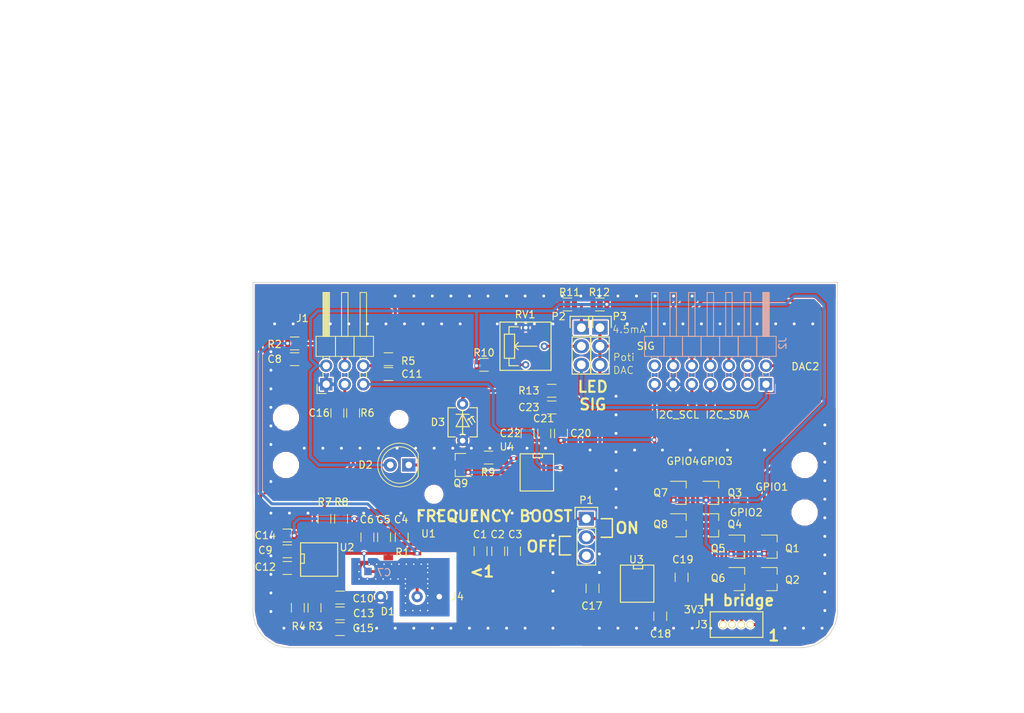
<source format=kicad_pcb>
(kicad_pcb (version 4) (host pcbnew 4.0.6-e0-6349~52~ubuntu17.04.1)
  (title_block (title "Analog Sensor Board UppSense 2017") (date 2017-07-05) (rev v0.2) (company "UppSense Heart Failure Diagnostics"))
  (layers (0 F.Cu signal) (31 B.Cu signal) (34 B.Paste user) (35 F.Paste user) (36 B.SilkS user) (37 F.SilkS user) (38 B.Mask user) (39 F.Mask user hide) (44 Edge.Cuts user))
  (net 0 "")
  (net 1 /highCurrentPart/-3.3V)
  (net 2 GND)
  (net 3 +3V3)
  (net 4 "Net-(C7-Pad1)")
  (net 5 "Net-(C7-Pad2)")
  (net 6 /interface/ADC1)
  (net 7 /interface/ADC2)
  (net 8 /interface/ADC3)
  (net 9 "Net-(C17-Pad1)")
  (net 10 "Net-(C17-Pad2)")
  (net 11 +5V)
  (net 12 "Net-(C23-Pad1)")
  (net 13 /interface/ADC4)
  (net 14 COIL_4)
  (net 15 COIL_3)
  (net 16 COIL_1)
  (net 17 COIL_2)
  (net 18 "Net-(P2-Pad1)")
  (net 19 "Net-(P2-Pad2)")
  (net 20 Signal)
  (net 21 /interface/GPIO1)
  (net 22 /interface/GPIO3)
  (net 23 /interface/GPIO2)
  (net 24 /interface/GPIO4)
  (net 25 "Net-(Q9-Pad1)")
  (net 26 "Net-(Q9-Pad2)")
  (net 27 "Net-(D2-Pad1)")
  (net 28 "Net-(R3-Pad1)")
  (net 29 "Net-(R4-Pad2)")
  (net 30 "Net-(R6-Pad1)")
  (net 31 "Net-(R7-Pad1)")
  (net 32 "Net-(R10-Pad2)")
  (net 33 GNDA)
  (net 34 /interface/DAC1)
  (net 35 /interface/DAC2)
  (net 36 /interface/I2C_SCL)
  (net 37 /interface/I2C_SDA)
  (net 38 "Net-(P1-Pad2)")
  (module Vias:Stitchging-Via-0.4-0.7 (layer F.Cu) (at 112.014 107.696)
    (fp_text reference REF** hide)
    (fp_text value Stitching-Via-0.4-0.7 hide)
    (pad ~ thru_hole circle (at 0 0) (size 0.7 0.7) (drill 0.4) (layers *.Cu) (net 2 GND))
  )
  (module Vias:Stitchging-Via-0.4-0.7 (layer F.Cu) (at 117.094 107.696)
    (fp_text reference REF** hide)
    (fp_text value Stitching-Via-0.4-0.7 hide)
    (pad ~ thru_hole circle (at 0 0) (size 0.7 0.7) (drill 0.4) (layers *.Cu) (net 2 GND))
  )
  (module Vias:Stitchging-Via-0.4-0.7 (layer F.Cu) (at 114.554 107.696)
    (fp_text reference REF** hide)
    (fp_text value Stitching-Via-0.4-0.7 hide)
    (pad ~ thru_hole circle (at 0 0) (size 0.7 0.7) (drill 0.4) (layers *.Cu) (net 2 GND))
  )
  (module Vias:Stitchging-Via-0.4-0.7 (layer F.Cu) (at 139.954 107.696)
    (fp_text reference REF** hide)
    (fp_text value Stitching-Via-0.4-0.7 hide)
    (pad ~ thru_hole circle (at 0 0) (size 0.7 0.7) (drill 0.4) (layers *.Cu) (net 2 GND))
  )
  (module Vias:Stitchging-Via-0.4-0.7 (layer F.Cu) (at 145.034 107.696)
    (fp_text reference REF** hide)
    (fp_text value Stitching-Via-0.4-0.7 hide)
    (pad ~ thru_hole circle (at 0 0) (size 0.7 0.7) (drill 0.4) (layers *.Cu) (net 2 GND))
  )
  (module Vias:Stitchging-Via-0.4-0.7 (layer F.Cu) (at 142.494 107.696)
    (fp_text reference REF** hide)
    (fp_text value Stitching-Via-0.4-0.7 hide)
    (pad ~ thru_hole circle (at 0 0) (size 0.7 0.7) (drill 0.4) (layers *.Cu) (net 2 GND))
  )
  (module Vias:Stitchging-Via-0.4-0.7 (layer F.Cu) (at 129.794 107.696)
    (fp_text reference REF** hide)
    (fp_text value Stitching-Via-0.4-0.7 hide)
    (pad ~ thru_hole circle (at 0 0) (size 0.7 0.7) (drill 0.4) (layers *.Cu) (net 2 GND))
  )
  (module Vias:Stitchging-Via-0.4-0.7 (layer F.Cu) (at 132.334 107.696)
    (fp_text reference REF** hide)
    (fp_text value Stitching-Via-0.4-0.7 hide)
    (pad ~ thru_hole circle (at 0 0) (size 0.7 0.7) (drill 0.4) (layers *.Cu) (net 2 GND))
  )
  (module Vias:Stitchging-Via-0.4-0.7 (layer F.Cu) (at 137.414 107.696)
    (fp_text reference REF** hide)
    (fp_text value Stitching-Via-0.4-0.7 hide)
    (pad ~ thru_hole circle (at 0 0) (size 0.7 0.7) (drill 0.4) (layers *.Cu) (net 2 GND))
  )
  (module Vias:Stitchging-Via-0.4-0.7 (layer F.Cu) (at 134.874 107.696)
    (fp_text reference REF** hide)
    (fp_text value Stitching-Via-0.4-0.7 hide)
    (pad ~ thru_hole circle (at 0 0) (size 0.7 0.7) (drill 0.4) (layers *.Cu) (net 2 GND))
  )
  (module Vias:Stitchging-Via-0.4-0.7 (layer F.Cu) (at 124.714 107.696)
    (fp_text reference REF** hide)
    (fp_text value Stitching-Via-0.4-0.7 hide)
    (pad ~ thru_hole circle (at 0 0) (size 0.7 0.7) (drill 0.4) (layers *.Cu) (net 2 GND))
  )
  (module Vias:Stitchging-Via-0.4-0.7 (layer F.Cu) (at 127.254 107.696)
    (fp_text reference REF** hide)
    (fp_text value Stitching-Via-0.4-0.7 hide)
    (pad ~ thru_hole circle (at 0 0) (size 0.7 0.7) (drill 0.4) (layers *.Cu) (net 2 GND))
  )
  (module Vias:Stitchging-Via-0.4-0.7 (layer F.Cu) (at 122.174 107.696)
    (fp_text reference REF** hide)
    (fp_text value Stitching-Via-0.4-0.7 hide)
    (pad ~ thru_hole circle (at 0 0) (size 0.7 0.7) (drill 0.4) (layers *.Cu) (net 2 GND))
  )
  (module Vias:Stitchging-Via-0.4-0.7 (layer F.Cu) (at 119.634 107.696)
    (fp_text reference REF** hide)
    (fp_text value Stitching-Via-0.4-0.7 hide)
    (pad ~ thru_hole circle (at 0 0) (size 0.7 0.7) (drill 0.4) (layers *.Cu) (net 2 GND))
  )
  (module Vias:Stitchging-Via-0.4-0.7 (layer F.Cu) (at 169.926 107.95)
    (fp_text reference REF** hide)
    (fp_text value Stitching-Via-0.4-0.7 hide)
    (pad ~ thru_hole circle (at 0 0) (size 0.7 0.7) (drill 0.4) (layers *.Cu) (net 2 GND))
  )
  (module Vias:Stitchging-Via-0.4-0.7 (layer F.Cu) (at 175.006 107.95)
    (fp_text reference REF** hide)
    (fp_text value Stitching-Via-0.4-0.7 hide)
    (pad ~ thru_hole circle (at 0 0) (size 0.7 0.7) (drill 0.4) (layers *.Cu) (net 2 GND))
  )
  (module Vias:Stitchging-Via-0.4-0.7 (layer F.Cu) (at 161.036 107.95)
    (fp_text reference REF** hide)
    (fp_text value Stitching-Via-0.4-0.7 hide)
    (pad ~ thru_hole circle (at 0 0) (size 0.7 0.7) (drill 0.4) (layers *.Cu) (net 2 GND))
  )
  (module Vias:Stitchging-Via-0.4-0.7 (layer F.Cu) (at 164.846 107.95)
    (fp_text reference REF** hide)
    (fp_text value Stitching-Via-0.4-0.7 hide)
    (pad ~ thru_hole circle (at 0 0) (size 0.7 0.7) (drill 0.4) (layers *.Cu) (net 2 GND))
  )
  (module Vias:Stitchging-Via-0.4-0.7 (layer F.Cu) (at 157.226 107.95)
    (fp_text reference REF** hide)
    (fp_text value Stitching-Via-0.4-0.7 hide)
    (pad ~ thru_hole circle (at 0 0) (size 0.7 0.7) (drill 0.4) (layers *.Cu) (net 2 GND))
  )
  (module Vias:Stitchging-Via-0.4-0.7 (layer F.Cu) (at 151.13 107.95)
    (fp_text reference REF** hide)
    (fp_text value Stitching-Via-0.4-0.7 hide)
    (pad ~ thru_hole circle (at 0 0) (size 0.7 0.7) (drill 0.4) (layers *.Cu) (net 2 GND))
  )
  (module Vias:Stitchging-Via-0.4-0.7 (layer F.Cu) (at 146.05 132.334 90)
    (fp_text reference REF** hide)
    (fp_text value Stitching-Via-0.4-0.7 hide)
    (pad ~ thru_hole circle (at 0 0 90) (size 0.7 0.7) (drill 0.4) (layers *.Cu) (net 2 GND))
  )
  (module Vias:Stitchging-Via-0.4-0.7 (layer F.Cu) (at 146.05 124.714 90)
    (fp_text reference REF** hide)
    (fp_text value Stitching-Via-0.4-0.7 hide)
    (pad ~ thru_hole circle (at 0 0 90) (size 0.7 0.7) (drill 0.4) (layers *.Cu) (net 2 GND))
  )
  (module Vias:Stitchging-Via-0.4-0.7 (layer F.Cu) (at 146.05 127.254 90)
    (fp_text reference REF** hide)
    (fp_text value Stitching-Via-0.4-0.7 hide)
    (pad ~ thru_hole circle (at 0 0 90) (size 0.7 0.7) (drill 0.4) (layers *.Cu) (net 2 GND))
  )
  (module Vias:Stitchging-Via-0.4-0.7 (layer F.Cu) (at 146.05 119.634 90)
    (fp_text reference REF** hide)
    (fp_text value Stitching-Via-0.4-0.7 hide)
    (pad ~ thru_hole circle (at 0 0 90) (size 0.7 0.7) (drill 0.4) (layers *.Cu) (net 2 GND))
  )
  (module Vias:Stitchging-Via-0.4-0.7 (layer F.Cu) (at 146.05 122.174 90)
    (fp_text reference REF** hide)
    (fp_text value Stitching-Via-0.4-0.7 hide)
    (pad ~ thru_hole circle (at 0 0 90) (size 0.7 0.7) (drill 0.4) (layers *.Cu) (net 2 GND))
  )
  (module Vias:Stitchging-Via-0.4-0.7 (layer F.Cu) (at 152.4 124.714 90)
    (fp_text reference REF** hide)
    (fp_text value Stitching-Via-0.4-0.7 hide)
    (pad ~ thru_hole circle (at 0 0 90) (size 0.7 0.7) (drill 0.4) (layers *.Cu) (net 2 GND))
  )
  (module Vias:Stitchging-Via-0.4-0.7 (layer F.Cu) (at 152.4 122.174 90)
    (fp_text reference REF** hide)
    (fp_text value Stitching-Via-0.4-0.7 hide)
    (pad ~ thru_hole circle (at 0 0 90) (size 0.7 0.7) (drill 0.4) (layers *.Cu) (net 2 GND))
  )
  (module Vias:Stitchging-Via-0.4-0.7 (layer F.Cu) (at 154.686 115.824 90)
    (fp_text reference REF** hide)
    (fp_text value Stitching-Via-0.4-0.7 hide)
    (pad ~ thru_hole circle (at 0 0 90) (size 0.7 0.7) (drill 0.4) (layers *.Cu) (net 2 GND))
  )
  (module Vias:Stitchging-Via-0.4-0.7 (layer F.Cu) (at 154.686 103.124 90)
    (fp_text reference REF** hide)
    (fp_text value Stitching-Via-0.4-0.7 hide)
    (pad ~ thru_hole circle (at 0 0 90) (size 0.7 0.7) (drill 0.4) (layers *.Cu) (net 2 GND))
  )
  (module Vias:Stitchging-Via-0.4-0.7 (layer F.Cu) (at 154.686 100.584 90)
    (fp_text reference REF** hide)
    (fp_text value Stitching-Via-0.4-0.7 hide)
    (pad ~ thru_hole circle (at 0 0 90) (size 0.7 0.7) (drill 0.4) (layers *.Cu) (net 2 GND))
  )
  (module Vias:Stitchging-Via-0.4-0.7 (layer F.Cu) (at 154.686 108.204 90)
    (fp_text reference REF** hide)
    (fp_text value Stitching-Via-0.4-0.7 hide)
    (pad ~ thru_hole circle (at 0 0 90) (size 0.7 0.7) (drill 0.4) (layers *.Cu) (net 2 GND))
  )
  (module Vias:Stitchging-Via-0.4-0.7 (layer F.Cu) (at 154.686 105.664 90)
    (fp_text reference REF** hide)
    (fp_text value Stitching-Via-0.4-0.7 hide)
    (pad ~ thru_hole circle (at 0 0 90) (size 0.7 0.7) (drill 0.4) (layers *.Cu) (net 2 GND))
  )
  (module Vias:Stitchging-Via-0.4-0.7 (layer F.Cu) (at 154.686 110.744 90)
    (fp_text reference REF** hide)
    (fp_text value Stitching-Via-0.4-0.7 hide)
    (pad ~ thru_hole circle (at 0 0 90) (size 0.7 0.7) (drill 0.4) (layers *.Cu) (net 2 GND))
  )
  (module Vias:Stitchging-Via-0.4-0.7 (layer F.Cu) (at 154.686 113.284 90)
    (fp_text reference REF** hide)
    (fp_text value Stitching-Via-0.4-0.7 hide)
    (pad ~ thru_hole circle (at 0 0 90) (size 0.7 0.7) (drill 0.4) (layers *.Cu) (net 2 GND))
  )
  (module Vias:Stitchging-Via-0.4-0.7 (layer F.Cu) (at 137.16 86.868)
    (fp_text reference REF** hide)
    (fp_text value Stitching-Via-0.4-0.7 hide)
    (pad ~ thru_hole circle (at 0 0) (size 0.7 0.7) (drill 0.4) (layers *.Cu) (net 2 GND))
  )
  (module Vias:Stitchging-Via-0.4-0.7 (layer F.Cu) (at 142.24 86.868)
    (fp_text reference REF** hide)
    (fp_text value Stitching-Via-0.4-0.7 hide)
    (pad ~ thru_hole circle (at 0 0) (size 0.7 0.7) (drill 0.4) (layers *.Cu) (net 2 GND))
  )
  (module Vias:Stitchging-Via-0.4-0.7 (layer F.Cu) (at 139.7 86.868)
    (fp_text reference REF** hide)
    (fp_text value Stitching-Via-0.4-0.7 hide)
    (pad ~ thru_hole circle (at 0 0) (size 0.7 0.7) (drill 0.4) (layers *.Cu) (net 2 GND))
  )
  (module Vias:Stitchging-Via-0.4-0.7 (layer F.Cu) (at 149.86 86.868)
    (fp_text reference REF** hide)
    (fp_text value Stitching-Via-0.4-0.7 hide)
    (pad ~ thru_hole circle (at 0 0) (size 0.7 0.7) (drill 0.4) (layers *.Cu) (net 2 GND))
  )
  (module Vias:Stitchging-Via-0.4-0.7 (layer F.Cu) (at 152.4 86.868)
    (fp_text reference REF** hide)
    (fp_text value Stitching-Via-0.4-0.7 hide)
    (pad ~ thru_hole circle (at 0 0) (size 0.7 0.7) (drill 0.4) (layers *.Cu) (net 2 GND))
  )
  (module Vias:Stitchging-Via-0.4-0.7 (layer F.Cu) (at 147.32 86.868)
    (fp_text reference REF** hide)
    (fp_text value Stitching-Via-0.4-0.7 hide)
    (pad ~ thru_hole circle (at 0 0) (size 0.7 0.7) (drill 0.4) (layers *.Cu) (net 2 GND))
  )
  (module Vias:Stitchging-Via-0.4-0.7 (layer F.Cu) (at 144.78 86.868)
    (fp_text reference REF** hide)
    (fp_text value Stitching-Via-0.4-0.7 hide)
    (pad ~ thru_hole circle (at 0 0) (size 0.7 0.7) (drill 0.4) (layers *.Cu) (net 2 GND))
  )
  (module Vias:Stitchging-Via-0.4-0.7 (layer F.Cu) (at 162.56 86.868)
    (fp_text reference REF** hide)
    (fp_text value Stitching-Via-0.4-0.7 hide)
    (pad ~ thru_hole circle (at 0 0) (size 0.7 0.7) (drill 0.4) (layers *.Cu) (net 2 GND))
  )
  (module Vias:Stitchging-Via-0.4-0.7 (layer F.Cu) (at 165.1 86.868)
    (fp_text reference REF** hide)
    (fp_text value Stitching-Via-0.4-0.7 hide)
    (pad ~ thru_hole circle (at 0 0) (size 0.7 0.7) (drill 0.4) (layers *.Cu) (net 2 GND))
  )
  (module Vias:Stitchging-Via-0.4-0.7 (layer F.Cu) (at 157.48 86.868)
    (fp_text reference REF** hide)
    (fp_text value Stitching-Via-0.4-0.7 hide)
    (pad ~ thru_hole circle (at 0 0) (size 0.7 0.7) (drill 0.4) (layers *.Cu) (net 2 GND))
  )
  (module Vias:Stitchging-Via-0.4-0.7 (layer F.Cu) (at 160.02 86.868)
    (fp_text reference REF** hide)
    (fp_text value Stitching-Via-0.4-0.7 hide)
    (pad ~ thru_hole circle (at 0 0) (size 0.7 0.7) (drill 0.4) (layers *.Cu) (net 2 GND))
  )
  (module Vias:Stitchging-Via-0.4-0.7 (layer F.Cu) (at 154.94 86.868)
    (fp_text reference REF** hide)
    (fp_text value Stitching-Via-0.4-0.7 hide)
    (pad ~ thru_hole circle (at 0 0) (size 0.7 0.7) (drill 0.4) (layers *.Cu) (net 2 GND))
  )
  (module Vias:Stitchging-Via-0.4-0.7 (layer F.Cu) (at 127 86.868)
    (fp_text reference REF** hide)
    (fp_text value Stitching-Via-0.4-0.7 hide)
    (pad ~ thru_hole circle (at 0 0) (size 0.7 0.7) (drill 0.4) (layers *.Cu) (net 2 GND))
  )
  (module Vias:Stitchging-Via-0.4-0.7 (layer F.Cu) (at 124.46 86.868)
    (fp_text reference REF** hide)
    (fp_text value Stitching-Via-0.4-0.7 hide)
    (pad ~ thru_hole circle (at 0 0) (size 0.7 0.7) (drill 0.4) (layers *.Cu) (net 2 GND))
  )
  (module Vias:Stitchging-Via-0.4-0.7 (layer F.Cu) (at 134.62 86.868)
    (fp_text reference REF** hide)
    (fp_text value Stitching-Via-0.4-0.7 hide)
    (pad ~ thru_hole circle (at 0 0) (size 0.7 0.7) (drill 0.4) (layers *.Cu) (net 2 GND))
  )
  (module Vias:Stitchging-Via-0.4-0.7 (layer F.Cu) (at 132.08 86.868)
    (fp_text reference REF** hide)
    (fp_text value Stitching-Via-0.4-0.7 hide)
    (pad ~ thru_hole circle (at 0 0) (size 0.7 0.7) (drill 0.4) (layers *.Cu) (net 2 GND))
  )
  (module Vias:Stitchging-Via-0.4-0.7 (layer F.Cu) (at 129.54 86.868)
    (fp_text reference REF** hide)
    (fp_text value Stitching-Via-0.4-0.7 hide)
    (pad ~ thru_hole circle (at 0 0) (size 0.7 0.7) (drill 0.4) (layers *.Cu) (net 2 GND))
  )
  (module Vias:Stitchging-Via-0.4-0.7 (layer F.Cu) (at 107.442 130.048 90)
    (fp_text reference REF** hide)
    (fp_text value Stitching-Via-0.4-0.7 hide)
    (pad ~ thru_hole circle (at 0 0 90) (size 0.7 0.7) (drill 0.4) (layers *.Cu) (net 2 GND))
  )
  (module Vias:Stitchging-Via-0.4-0.7 (layer F.Cu) (at 107.442 127.508 90)
    (fp_text reference REF** hide)
    (fp_text value Stitching-Via-0.4-0.7 hide)
    (pad ~ thru_hole circle (at 0 0 90) (size 0.7 0.7) (drill 0.4) (layers *.Cu) (net 2 GND))
  )
  (module Vias:Stitchging-Via-0.4-0.7 (layer F.Cu) (at 107.442 122.428 90)
    (fp_text reference REF** hide)
    (fp_text value Stitching-Via-0.4-0.7 hide)
    (pad ~ thru_hole circle (at 0 0 90) (size 0.7 0.7) (drill 0.4) (layers *.Cu) (net 2 GND))
  )
  (module Vias:Stitchging-Via-0.4-0.7 (layer F.Cu) (at 107.442 124.968 90)
    (fp_text reference REF** hide)
    (fp_text value Stitching-Via-0.4-0.7 hide)
    (pad ~ thru_hole circle (at 0 0 90) (size 0.7 0.7) (drill 0.4) (layers *.Cu) (net 2 GND))
  )
  (module Vias:Stitchging-Via-0.4-0.7 (layer F.Cu) (at 107.442 112.268 90)
    (fp_text reference REF** hide)
    (fp_text value Stitching-Via-0.4-0.7 hide)
    (pad ~ thru_hole circle (at 0 0 90) (size 0.7 0.7) (drill 0.4) (layers *.Cu) (net 2 GND))
  )
  (module Vias:Stitchging-Via-0.4-0.7 (layer F.Cu) (at 107.442 119.888 90)
    (fp_text reference REF** hide)
    (fp_text value Stitching-Via-0.4-0.7 hide)
    (pad ~ thru_hole circle (at 0 0 90) (size 0.7 0.7) (drill 0.4) (layers *.Cu) (net 2 GND))
  )
  (module Vias:Stitchging-Via-0.4-0.7 (layer F.Cu) (at 107.442 102.108 90)
    (fp_text reference REF** hide)
    (fp_text value Stitching-Via-0.4-0.7 hide)
    (pad ~ thru_hole circle (at 0 0 90) (size 0.7 0.7) (drill 0.4) (layers *.Cu) (net 2 GND))
  )
  (module Vias:Stitchging-Via-0.4-0.7 (layer F.Cu) (at 107.442 99.568 90)
    (fp_text reference REF** hide)
    (fp_text value Stitching-Via-0.4-0.7 hide)
    (pad ~ thru_hole circle (at 0 0 90) (size 0.7 0.7) (drill 0.4) (layers *.Cu) (net 2 GND))
  )
  (module Vias:Stitchging-Via-0.4-0.7 (layer F.Cu) (at 107.442 97.028 90)
    (fp_text reference REF** hide)
    (fp_text value Stitching-Via-0.4-0.7 hide)
    (pad ~ thru_hole circle (at 0 0 90) (size 0.7 0.7) (drill 0.4) (layers *.Cu) (net 2 GND))
  )
  (module Vias:Stitchging-Via-0.4-0.7 (layer F.Cu) (at 107.442 107.188 90)
    (fp_text reference REF** hide)
    (fp_text value Stitching-Via-0.4-0.7 hide)
    (pad ~ thru_hole circle (at 0 0 90) (size 0.7 0.7) (drill 0.4) (layers *.Cu) (net 2 GND))
  )
  (module Vias:Stitchging-Via-0.4-0.7 (layer F.Cu) (at 107.442 104.648 90)
    (fp_text reference REF** hide)
    (fp_text value Stitching-Via-0.4-0.7 hide)
    (pad ~ thru_hole circle (at 0 0 90) (size 0.7 0.7) (drill 0.4) (layers *.Cu) (net 2 GND))
  )
  (module Vias:Stitchging-Via-0.4-0.7 (layer F.Cu) (at 107.442 94.488 90)
    (fp_text reference REF** hide)
    (fp_text value Stitching-Via-0.4-0.7 hide)
    (pad ~ thru_hole circle (at 0 0 90) (size 0.7 0.7) (drill 0.4) (layers *.Cu) (net 2 GND))
  )
  (module Vias:Stitchging-Via-0.4-0.7 (layer F.Cu) (at 183.261 129.921 90)
    (fp_text reference REF** hide)
    (fp_text value Stitching-Via-0.4-0.7 hide)
    (pad ~ thru_hole circle (at 0 0 90) (size 0.7 0.7) (drill 0.4) (layers *.Cu) (net 2 GND))
  )
  (module Vias:Stitchging-Via-0.4-0.7 (layer F.Cu) (at 183.261 127.381 90)
    (fp_text reference REF** hide)
    (fp_text value Stitching-Via-0.4-0.7 hide)
    (pad ~ thru_hole circle (at 0 0 90) (size 0.7 0.7) (drill 0.4) (layers *.Cu) (net 2 GND))
  )
  (module Vias:Stitchging-Via-0.4-0.7 (layer F.Cu) (at 183.261 122.301 90)
    (fp_text reference REF** hide)
    (fp_text value Stitching-Via-0.4-0.7 hide)
    (pad ~ thru_hole circle (at 0 0 90) (size 0.7 0.7) (drill 0.4) (layers *.Cu) (net 2 GND))
  )
  (module Vias:Stitchging-Via-0.4-0.7 (layer F.Cu) (at 183.261 124.841 90)
    (fp_text reference REF** hide)
    (fp_text value Stitching-Via-0.4-0.7 hide)
    (pad ~ thru_hole circle (at 0 0 90) (size 0.7 0.7) (drill 0.4) (layers *.Cu) (net 2 GND))
  )
  (module Vias:Stitchging-Via-0.4-0.7 (layer F.Cu) (at 183.261 114.681 90)
    (fp_text reference REF** hide)
    (fp_text value Stitching-Via-0.4-0.7 hide)
    (pad ~ thru_hole circle (at 0 0 90) (size 0.7 0.7) (drill 0.4) (layers *.Cu) (net 2 GND))
  )
  (module Vias:Stitchging-Via-0.4-0.7 (layer F.Cu) (at 183.261 112.141 90)
    (fp_text reference REF** hide)
    (fp_text value Stitching-Via-0.4-0.7 hide)
    (pad ~ thru_hole circle (at 0 0 90) (size 0.7 0.7) (drill 0.4) (layers *.Cu) (net 2 GND))
  )
  (module Vias:Stitchging-Via-0.4-0.7 (layer F.Cu) (at 183.261 117.221 90)
    (fp_text reference REF** hide)
    (fp_text value Stitching-Via-0.4-0.7 hide)
    (pad ~ thru_hole circle (at 0 0 90) (size 0.7 0.7) (drill 0.4) (layers *.Cu) (net 2 GND))
  )
  (module Vias:Stitchging-Via-0.4-0.7 (layer F.Cu) (at 183.261 119.761 90)
    (fp_text reference REF** hide)
    (fp_text value Stitching-Via-0.4-0.7 hide)
    (pad ~ thru_hole circle (at 0 0 90) (size 0.7 0.7) (drill 0.4) (layers *.Cu) (net 2 GND))
  )
  (module Vias:Stitchging-Via-0.4-0.7 (layer F.Cu) (at 183.261 107.061 90)
    (fp_text reference REF** hide)
    (fp_text value Stitching-Via-0.4-0.7 hide)
    (pad ~ thru_hole circle (at 0 0 90) (size 0.7 0.7) (drill 0.4) (layers *.Cu) (net 2 GND))
  )
  (module Vias:Stitchging-Via-0.4-0.7 (layer F.Cu) (at 183.261 104.521 90)
    (fp_text reference REF** hide)
    (fp_text value Stitching-Via-0.4-0.7 hide)
    (pad ~ thru_hole circle (at 0 0 90) (size 0.7 0.7) (drill 0.4) (layers *.Cu) (net 2 GND))
  )
  (module Vias:Stitchging-Via-0.4-0.7 (layer F.Cu) (at 183.261 109.601 90)
    (fp_text reference REF** hide)
    (fp_text value Stitching-Via-0.4-0.7 hide)
    (pad ~ thru_hole circle (at 0 0 90) (size 0.7 0.7) (drill 0.4) (layers *.Cu) (net 2 GND))
  )
  (module Vias:Stitchging-Via-0.4-0.7 (layer F.Cu) (at 110.49 90.678)
    (fp_text reference REF** hide)
    (fp_text value Stitching-Via-0.4-0.7 hide)
    (pad ~ thru_hole circle (at 0 0) (size 0.7 0.7) (drill 0.4) (layers *.Cu) (net 2 GND))
  )
  (module Vias:Stitchging-Via-0.4-0.7 (layer F.Cu) (at 107.95 90.678)
    (fp_text reference REF** hide)
    (fp_text value Stitching-Via-0.4-0.7 hide)
    (pad ~ thru_hole circle (at 0 0) (size 0.7 0.7) (drill 0.4) (layers *.Cu) (net 2 GND))
  )
  (module Vias:Stitchging-Via-0.4-0.7 (layer F.Cu) (at 115.57 90.678)
    (fp_text reference REF** hide)
    (fp_text value Stitching-Via-0.4-0.7 hide)
    (pad ~ thru_hole circle (at 0 0) (size 0.7 0.7) (drill 0.4) (layers *.Cu) (net 2 GND))
  )
  (module Vias:Stitchging-Via-0.4-0.7 (layer F.Cu) (at 158.75 90.678)
    (fp_text reference REF** hide)
    (fp_text value Stitching-Via-0.4-0.7 hide)
    (pad ~ thru_hole circle (at 0 0) (size 0.7 0.7) (drill 0.4) (layers *.Cu) (net 2 GND))
  )
  (module Vias:Stitchging-Via-0.4-0.7 (layer F.Cu) (at 156.21 90.678)
    (fp_text reference REF** hide)
    (fp_text value Stitching-Via-0.4-0.7 hide)
    (pad ~ thru_hole circle (at 0 0) (size 0.7 0.7) (drill 0.4) (layers *.Cu) (net 2 GND))
  )
  (module Vias:Stitchging-Via-0.4-0.7 (layer F.Cu) (at 166.37 90.678)
    (fp_text reference REF** hide)
    (fp_text value Stitching-Via-0.4-0.7 hide)
    (pad ~ thru_hole circle (at 0 0) (size 0.7 0.7) (drill 0.4) (layers *.Cu) (net 2 GND))
  )
  (module Vias:Stitchging-Via-0.4-0.7 (layer F.Cu) (at 168.91 90.678)
    (fp_text reference REF** hide)
    (fp_text value Stitching-Via-0.4-0.7 hide)
    (pad ~ thru_hole circle (at 0 0) (size 0.7 0.7) (drill 0.4) (layers *.Cu) (net 2 GND))
  )
  (module Vias:Stitchging-Via-0.4-0.7 (layer F.Cu) (at 163.83 90.678)
    (fp_text reference REF** hide)
    (fp_text value Stitching-Via-0.4-0.7 hide)
    (pad ~ thru_hole circle (at 0 0) (size 0.7 0.7) (drill 0.4) (layers *.Cu) (net 2 GND))
  )
  (module Vias:Stitchging-Via-0.4-0.7 (layer F.Cu) (at 161.29 90.678)
    (fp_text reference REF** hide)
    (fp_text value Stitching-Via-0.4-0.7 hide)
    (pad ~ thru_hole circle (at 0 0) (size 0.7 0.7) (drill 0.4) (layers *.Cu) (net 2 GND))
  )
  (module Vias:Stitchging-Via-0.4-0.7 (layer F.Cu) (at 179.07 90.678)
    (fp_text reference REF** hide)
    (fp_text value Stitching-Via-0.4-0.7 hide)
    (pad ~ thru_hole circle (at 0 0) (size 0.7 0.7) (drill 0.4) (layers *.Cu) (net 2 GND))
  )
  (module Vias:Stitchging-Via-0.4-0.7 (layer F.Cu) (at 181.61 90.678)
    (fp_text reference REF** hide)
    (fp_text value Stitching-Via-0.4-0.7 hide)
    (pad ~ thru_hole circle (at 0 0) (size 0.7 0.7) (drill 0.4) (layers *.Cu) (net 2 GND))
  )
  (module Vias:Stitchging-Via-0.4-0.7 (layer F.Cu) (at 173.99 90.678)
    (fp_text reference REF** hide)
    (fp_text value Stitching-Via-0.4-0.7 hide)
    (pad ~ thru_hole circle (at 0 0) (size 0.7 0.7) (drill 0.4) (layers *.Cu) (net 2 GND))
  )
  (module Vias:Stitchging-Via-0.4-0.7 (layer F.Cu) (at 176.53 90.678)
    (fp_text reference REF** hide)
    (fp_text value Stitching-Via-0.4-0.7 hide)
    (pad ~ thru_hole circle (at 0 0) (size 0.7 0.7) (drill 0.4) (layers *.Cu) (net 2 GND))
  )
  (module Vias:Stitchging-Via-0.4-0.7 (layer F.Cu) (at 171.45 90.678)
    (fp_text reference REF** hide)
    (fp_text value Stitching-Via-0.4-0.7 hide)
    (pad ~ thru_hole circle (at 0 0) (size 0.7 0.7) (drill 0.4) (layers *.Cu) (net 2 GND))
  )
  (module Vias:Stitchging-Via-0.4-0.7 (layer F.Cu) (at 138.43 90.678)
    (fp_text reference REF** hide)
    (fp_text value Stitching-Via-0.4-0.7 hide)
    (pad ~ thru_hole circle (at 0 0) (size 0.7 0.7) (drill 0.4) (layers *.Cu) (net 2 GND))
  )
  (module Vias:Stitchging-Via-0.4-0.7 (layer F.Cu) (at 143.51 90.678)
    (fp_text reference REF** hide)
    (fp_text value Stitching-Via-0.4-0.7 hide)
    (pad ~ thru_hole circle (at 0 0) (size 0.7 0.7) (drill 0.4) (layers *.Cu) (net 2 GND))
  )
  (module Vias:Stitchging-Via-0.4-0.7 (layer F.Cu) (at 140.97 90.678)
    (fp_text reference REF** hide)
    (fp_text value Stitching-Via-0.4-0.7 hide)
    (pad ~ thru_hole circle (at 0 0) (size 0.7 0.7) (drill 0.4) (layers *.Cu) (net 2 GND))
  )
  (module Vias:Stitchging-Via-0.4-0.7 (layer F.Cu) (at 146.05 90.678)
    (fp_text reference REF** hide)
    (fp_text value Stitching-Via-0.4-0.7 hide)
    (pad ~ thru_hole circle (at 0 0) (size 0.7 0.7) (drill 0.4) (layers *.Cu) (net 2 GND))
  )
  (module Vias:Stitchging-Via-0.4-0.7 (layer F.Cu) (at 128.27 90.678)
    (fp_text reference REF** hide)
    (fp_text value Stitching-Via-0.4-0.7 hide)
    (pad ~ thru_hole circle (at 0 0) (size 0.7 0.7) (drill 0.4) (layers *.Cu) (net 2 GND))
  )
  (module Vias:Stitchging-Via-0.4-0.7 (layer F.Cu) (at 130.81 90.678)
    (fp_text reference REF** hide)
    (fp_text value Stitching-Via-0.4-0.7 hide)
    (pad ~ thru_hole circle (at 0 0) (size 0.7 0.7) (drill 0.4) (layers *.Cu) (net 2 GND))
  )
  (module Vias:Stitchging-Via-0.4-0.7 (layer F.Cu) (at 133.35 90.678)
    (fp_text reference REF** hide)
    (fp_text value Stitching-Via-0.4-0.7 hide)
    (pad ~ thru_hole circle (at 0 0) (size 0.7 0.7) (drill 0.4) (layers *.Cu) (net 2 GND))
  )
  (module Vias:Stitchging-Via-0.4-0.7 (layer F.Cu) (at 123.19 90.678)
    (fp_text reference REF** hide)
    (fp_text value Stitching-Via-0.4-0.7 hide)
    (pad ~ thru_hole circle (at 0 0) (size 0.7 0.7) (drill 0.4) (layers *.Cu) (net 2 GND))
  )
  (module Vias:Stitchging-Via-0.4-0.7 (layer F.Cu) (at 125.73 90.678)
    (fp_text reference REF** hide)
    (fp_text value Stitching-Via-0.4-0.7 hide)
    (pad ~ thru_hole circle (at 0 0) (size 0.7 0.7) (drill 0.4) (layers *.Cu) (net 2 GND))
  )
  (module Vias:Stitchging-Via-0.4-0.7 (layer F.Cu) (at 120.65 90.678)
    (fp_text reference REF** hide)
    (fp_text value Stitching-Via-0.4-0.7 hide)
    (pad ~ thru_hole circle (at 0 0) (size 0.7 0.7) (drill 0.4) (layers *.Cu) (net 2 GND))
  )
  (module Vias:Stitchging-Via-0.4-0.7 (layer F.Cu) (at 118.11 90.678)
    (fp_text reference REF** hide)
    (fp_text value Stitching-Via-0.4-0.7 hide)
    (pad ~ thru_hole circle (at 0 0) (size 0.7 0.7) (drill 0.4) (layers *.Cu) (net 2 GND))
  )
  (module Vias:Stitchging-Via-0.4-0.7 (layer F.Cu) (at 111.76 132.334)
    (fp_text reference REF** hide)
    (fp_text value Stitching-Via-0.4-0.7 hide)
    (pad ~ thru_hole circle (at 0 0) (size 0.7 0.7) (drill 0.4) (layers *.Cu) (net 2 GND))
  )
  (module Vias:Stitchging-Via-0.4-0.7 (layer F.Cu) (at 109.22 132.334)
    (fp_text reference REF** hide)
    (fp_text value Stitching-Via-0.4-0.7 hide)
    (pad ~ thru_hole circle (at 0 0) (size 0.7 0.7) (drill 0.4) (layers *.Cu) (net 2 GND))
  )
  (module Vias:Stitchging-Via-0.4-0.7 (layer F.Cu) (at 114.3 132.334)
    (fp_text reference REF** hide)
    (fp_text value Stitching-Via-0.4-0.7 hide)
    (pad ~ thru_hole circle (at 0 0) (size 0.7 0.7) (drill 0.4) (layers *.Cu) (net 2 GND))
  )
  (module Vias:Stitchging-Via-0.4-0.7 (layer F.Cu) (at 154.94 132.334)
    (fp_text reference REF** hide)
    (fp_text value Stitching-Via-0.4-0.7 hide)
    (pad ~ thru_hole circle (at 0 0) (size 0.7 0.7) (drill 0.4) (layers *.Cu) (net 2 GND))
  )
  (module Vias:Stitchging-Via-0.4-0.7 (layer F.Cu) (at 160.02 132.334)
    (fp_text reference REF** hide)
    (fp_text value Stitching-Via-0.4-0.7 hide)
    (pad ~ thru_hole circle (at 0 0) (size 0.7 0.7) (drill 0.4) (layers *.Cu) (net 2 GND))
  )
  (module Vias:Stitchging-Via-0.4-0.7 (layer F.Cu) (at 157.48 132.334)
    (fp_text reference REF** hide)
    (fp_text value Stitching-Via-0.4-0.7 hide)
    (pad ~ thru_hole circle (at 0 0) (size 0.7 0.7) (drill 0.4) (layers *.Cu) (net 2 GND))
  )
  (module Vias:Stitchging-Via-0.4-0.7 (layer F.Cu) (at 167.64 132.334)
    (fp_text reference REF** hide)
    (fp_text value Stitching-Via-0.4-0.7 hide)
    (pad ~ thru_hole circle (at 0 0) (size 0.7 0.7) (drill 0.4) (layers *.Cu) (net 2 GND))
  )
  (module Vias:Stitchging-Via-0.4-0.7 (layer F.Cu) (at 165.1 132.334)
    (fp_text reference REF** hide)
    (fp_text value Stitching-Via-0.4-0.7 hide)
    (pad ~ thru_hole circle (at 0 0) (size 0.7 0.7) (drill 0.4) (layers *.Cu) (net 2 GND))
  )
  (module Vias:Stitchging-Via-0.4-0.7 (layer F.Cu) (at 162.56 132.334)
    (fp_text reference REF** hide)
    (fp_text value Stitching-Via-0.4-0.7 hide)
    (pad ~ thru_hole circle (at 0 0) (size 0.7 0.7) (drill 0.4) (layers *.Cu) (net 2 GND))
  )
  (module Vias:Stitchging-Via-0.4-0.7 (layer F.Cu) (at 180.34 132.334)
    (fp_text reference REF** hide)
    (fp_text value Stitching-Via-0.4-0.7 hide)
    (pad ~ thru_hole circle (at 0 0) (size 0.7 0.7) (drill 0.4) (layers *.Cu) (net 2 GND))
  )
  (module Vias:Stitchging-Via-0.4-0.7 (layer F.Cu) (at 182.88 132.334)
    (fp_text reference REF** hide)
    (fp_text value Stitching-Via-0.4-0.7 hide)
    (pad ~ thru_hole circle (at 0 0) (size 0.7 0.7) (drill 0.4) (layers *.Cu) (net 2 GND))
  )
  (module Vias:Stitchging-Via-0.4-0.7 (layer F.Cu) (at 177.8 132.334)
    (fp_text reference REF** hide)
    (fp_text value Stitching-Via-0.4-0.7 hide)
    (pad ~ thru_hole circle (at 0 0) (size 0.7 0.7) (drill 0.4) (layers *.Cu) (net 2 GND))
  )
  (module Vias:Stitchging-Via-0.4-0.7 (layer F.Cu) (at 139.7 132.334)
    (fp_text reference REF** hide)
    (fp_text value Stitching-Via-0.4-0.7 hide)
    (pad ~ thru_hole circle (at 0 0) (size 0.7 0.7) (drill 0.4) (layers *.Cu) (net 2 GND))
  )
  (module Vias:Stitchging-Via-0.4-0.7 (layer F.Cu) (at 142.24 132.334)
    (fp_text reference REF** hide)
    (fp_text value Stitching-Via-0.4-0.7 hide)
    (pad ~ thru_hole circle (at 0 0) (size 0.7 0.7) (drill 0.4) (layers *.Cu) (net 2 GND))
  )
  (module Vias:Stitchging-Via-0.4-0.7 (layer F.Cu) (at 152.4 132.334)
    (fp_text reference REF** hide)
    (fp_text value Stitching-Via-0.4-0.7 hide)
    (pad ~ thru_hole circle (at 0 0) (size 0.7 0.7) (drill 0.4) (layers *.Cu) (net 2 GND))
  )
  (module Vias:Stitchging-Via-0.4-0.7 (layer F.Cu) (at 129.54 132.334)
    (fp_text reference REF** hide)
    (fp_text value Stitching-Via-0.4-0.7 hide)
    (pad ~ thru_hole circle (at 0 0) (size 0.7 0.7) (drill 0.4) (layers *.Cu) (net 2 GND))
  )
  (module Vias:Stitchging-Via-0.4-0.7 (layer F.Cu) (at 132.08 132.334)
    (fp_text reference REF** hide)
    (fp_text value Stitching-Via-0.4-0.7 hide)
    (pad ~ thru_hole circle (at 0 0) (size 0.7 0.7) (drill 0.4) (layers *.Cu) (net 2 GND))
  )
  (module Vias:Stitchging-Via-0.4-0.7 (layer F.Cu) (at 137.16 132.334)
    (fp_text reference REF** hide)
    (fp_text value Stitching-Via-0.4-0.7 hide)
    (pad ~ thru_hole circle (at 0 0) (size 0.7 0.7) (drill 0.4) (layers *.Cu) (net 2 GND))
  )
  (module Vias:Stitchging-Via-0.4-0.7 (layer F.Cu) (at 134.62 132.334)
    (fp_text reference REF** hide)
    (fp_text value Stitching-Via-0.4-0.7 hide)
    (pad ~ thru_hole circle (at 0 0) (size 0.7 0.7) (drill 0.4) (layers *.Cu) (net 2 GND))
  )
  (module Vias:Stitchging-Via-0.4-0.7 (layer F.Cu) (at 124.46 132.334)
    (fp_text reference REF** hide)
    (fp_text value Stitching-Via-0.4-0.7 hide)
    (pad ~ thru_hole circle (at 0 0) (size 0.7 0.7) (drill 0.4) (layers *.Cu) (net 2 GND))
  )
  (module Vias:Stitchging-Via-0.4-0.7 (layer F.Cu) (at 127 132.334)
    (fp_text reference REF** hide)
    (fp_text value Stitching-Via-0.4-0.7 hide)
    (pad ~ thru_hole circle (at 0 0) (size 0.7 0.7) (drill 0.4) (layers *.Cu) (net 2 GND))
  )
  (module Vias:Stitchging-Via-0.4-0.7 (layer F.Cu) (at 121.92 132.334)
    (fp_text reference REF** hide)
    (fp_text value Stitching-Via-0.4-0.7 hide)
    (pad ~ thru_hole circle (at 0 0) (size 0.7 0.7) (drill 0.4) (layers *.Cu) (net 2 GND))
  )
  (module Vias:Stitchging-Via-0.4-0.7 (layer F.Cu) (at 119.38 132.334)
    (fp_text reference REF** hide)
    (fp_text value Stitching-Via-0.4-0.7 hide)
    (pad ~ thru_hole circle (at 0 0) (size 0.7 0.7) (drill 0.4) (layers *.Cu) (net 2 GND))
  )
  (module Vias:Stitchging-Via-0.4-0.7 (layer F.Cu) (at 107.442 116.586)
    (fp_text reference REF** hide)
    (fp_text value Stitching-Via-0.4-0.7 hide)
    (pad ~ thru_hole circle (at 0 0) (size 0.7 0.7) (drill 0.4) (layers *.Cu) (net 2 GND))
  )
  (module Vias:Stitchging-Via-0.4-0.7 (layer F.Cu) (at 109.982 116.586)
    (fp_text reference REF** hide)
    (fp_text value Stitching-Via-0.4-0.7 hide)
    (pad ~ thru_hole circle (at 0 0) (size 0.7 0.7) (drill 0.4) (layers *.Cu) (net 2 GND))
  )
  (module Vias:Stitchging-Via-0.4-0.7 (layer F.Cu) (at 112.522 116.586)
    (fp_text reference REF** hide)
    (fp_text value Stitching-Via-0.4-0.7 hide)
    (pad ~ thru_hole circle (at 0 0) (size 0.7 0.7) (drill 0.4) (layers *.Cu) (net 2 GND))
  )
  (module Vias:Stitchging-Via-0.4-0.7 (layer F.Cu) (at 132.842 116.586)
    (fp_text reference REF** hide)
    (fp_text value Stitching-Via-0.4-0.7 hide)
    (pad ~ thru_hole circle (at 0 0) (size 0.7 0.7) (drill 0.4) (layers *.Cu) (net 2 GND))
  )
  (module Vias:Stitchging-Via-0.4-0.7 (layer F.Cu) (at 137.922 116.586)
    (fp_text reference REF** hide)
    (fp_text value Stitching-Via-0.4-0.7 hide)
    (pad ~ thru_hole circle (at 0 0) (size 0.7 0.7) (drill 0.4) (layers *.Cu) (net 2 GND))
  )
  (module Vias:Stitchging-Via-0.4-0.7 (layer F.Cu) (at 135.382 116.586)
    (fp_text reference REF** hide)
    (fp_text value Stitching-Via-0.4-0.7 hide)
    (pad ~ thru_hole circle (at 0 0) (size 0.7 0.7) (drill 0.4) (layers *.Cu) (net 2 GND))
  )
  (module Vias:Stitchging-Via-0.4-0.7 (layer F.Cu) (at 143.002 116.586)
    (fp_text reference REF** hide)
    (fp_text value Stitching-Via-0.4-0.7 hide)
    (pad ~ thru_hole circle (at 0 0) (size 0.7 0.7) (drill 0.4) (layers *.Cu) (net 2 GND))
  )
  (module Vias:Stitchging-Via-0.4-0.7 (layer F.Cu) (at 140.462 116.586)
    (fp_text reference REF** hide)
    (fp_text value Stitching-Via-0.4-0.7 hide)
    (pad ~ thru_hole circle (at 0 0) (size 0.7 0.7) (drill 0.4) (layers *.Cu) (net 2 GND))
  )
  (module Vias:Stitchging-Via-0.4-0.7 (layer F.Cu) (at 125.222 116.586)
    (fp_text reference REF** hide)
    (fp_text value Stitching-Via-0.4-0.7 hide)
    (pad ~ thru_hole circle (at 0 0) (size 0.7 0.7) (drill 0.4) (layers *.Cu) (net 2 GND))
  )
  (module Vias:Stitchging-Via-0.4-0.7 (layer F.Cu) (at 130.302 116.586)
    (fp_text reference REF** hide)
    (fp_text value Stitching-Via-0.4-0.7 hide)
    (pad ~ thru_hole circle (at 0 0) (size 0.7 0.7) (drill 0.4) (layers *.Cu) (net 2 GND))
  )
  (module Vias:Stitchging-Via-0.4-0.7 (layer F.Cu) (at 127.762 116.586)
    (fp_text reference REF** hide)
    (fp_text value Stitching-Via-0.4-0.7 hide)
    (pad ~ thru_hole circle (at 0 0) (size 0.7 0.7) (drill 0.4) (layers *.Cu) (net 2 GND))
  )
  (module Vias:Stitchging-Via-0.4-0.7 (layer F.Cu) (at 120.142 116.586)
    (fp_text reference REF** hide)
    (fp_text value Stitching-Via-0.4-0.7 hide)
    (pad ~ thru_hole circle (at 0 0) (size 0.7 0.7) (drill 0.4) (layers *.Cu) (net 2 GND))
  )
  (module Vias:Stitchging-Via-0.2-0.4 (layer F.Cu) (at 128.905 124.079)
    (fp_text reference REF** hide)
    (fp_text value Stitching-Via-0.2-0.4 hide)
    (pad ~ thru_hole circle (at 0 0) (size 0.4 0.4) (drill 0.2) (layers *.Cu) (net 33 GNDA))
  )
  (module Vias:Stitchging-Via-0.2-0.4 (layer F.Cu) (at 128.905 126.238)
    (fp_text reference REF** hide)
    (fp_text value Stitching-Via-0.2-0.4 hide)
    (pad ~ thru_hole circle (at 0 0) (size 0.4 0.4) (drill 0.2) (layers *.Cu) (net 33 GNDA))
  )
  (module Vias:Stitchging-Via-0.2-0.4 (layer F.Cu) (at 125.857 126.238)
    (fp_text reference REF** hide)
    (fp_text value Stitching-Via-0.2-0.4 hide)
    (pad ~ thru_hole circle (at 0 0) (size 0.4 0.4) (drill 0.2) (layers *.Cu) (net 33 GNDA))
  )
  (module Vias:Stitchging-Via-0.2-0.4 (layer F.Cu) (at 120.904 123.571)
    (fp_text reference REF** hide)
    (fp_text value Stitching-Via-0.2-0.4 hide)
    (pad ~ thru_hole circle (at 0 0) (size 0.4 0.4) (drill 0.2) (layers *.Cu) (net 33 GNDA))
  )
  (module Vias:Stitchging-Via-0.2-0.4 (layer F.Cu) (at 123.952 123.571)
    (fp_text reference REF** hide)
    (fp_text value Stitching-Via-0.2-0.4 hide)
    (pad ~ thru_hole circle (at 0 0) (size 0.4 0.4) (drill 0.2) (layers *.Cu) (net 33 GNDA))
  )
  (module Vias:Stitchging-Via-0.2-0.4 (layer F.Cu) (at 122.936 123.571)
    (fp_text reference REF** hide)
    (fp_text value Stitching-Via-0.2-0.4 hide)
    (pad ~ thru_hole circle (at 0 0) (size 0.4 0.4) (drill 0.2) (layers *.Cu) (net 33 GNDA))
  )
  (module Mounting_Holes:MountingHole_3.2mm_M3_DIN965 (layer F.Cu) (at 109.5 103.5)
    (fp_text reference REF** hide)
    (fp_text value MountingHole_3.2mm_M3_DIN965)
    (pad 1 np_thru_hole circle (at 0 0) (size 3.2 3.2) (drill 3.2) (layers *.Cu *.Mask))
  )
  (module Mounting_Holes:MountingHole_3.2mm_M3_DIN965 (layer F.Cu) (at 180.5 116.5)
    (fp_text reference REF** hide)
    (fp_text value MountingHole_3.2mm_M3_DIN965)
    (pad 1 np_thru_hole circle (at 0 0) (size 3.2 3.2) (drill 3.2) (layers *.Cu *.Mask))
  )
  (module Vias:Stitchging-Via-0.2-0.4 (layer F.Cu) (at 128.905 129.921)
    (fp_text reference REF** hide)
    (fp_text value Stitching-Via-0.2-0.4 hide)
    (pad ~ thru_hole circle (at 0 0) (size 0.4 0.4) (drill 0.2) (layers *.Cu) (net 33 GNDA))
  )
  (module Mounting_Holes:MountingHole_3.2mm_M3_DIN965 (layer F.Cu) (at 109.5 110)
    (fp_text reference REF** hide)
    (fp_text value MountingHole_3.2mm_M3_DIN965)
    (pad 1 np_thru_hole circle (at 0 0) (size 3.2 3.2) (drill 3.2) (layers *.Cu *.Mask))
  )
  (module Resistors_SMD:R_0805 (layer F.Cu) (at 142.574 105.678 90)
    (fp_text reference C22 (at 0.014 -2.366 180) (layer F.SilkS))
    (fp_text value 10n)
    (pad 1 smd rect (at -0.95 0 90) (size 0.7 1.3) (layers F.Cu F.Paste F.Mask) (net 3 +3V3))
    (pad 2 smd rect (at 0.95 0 90) (size 0.7 1.3) (layers F.Cu F.Paste F.Mask) (net 2 GND))
  )
  (module Vias:Stitchging-Via-0.2-0.4 (layer F.Cu) (at 121.92 123.571)
    (fp_text reference REF** hide)
    (fp_text value Stitching-Via-0.2-0.4 hide)
    (pad ~ thru_hole circle (at 0 0) (size 0.4 0.4) (drill 0.2) (layers *.Cu) (net 33 GNDA))
  )
  (module Vias:Stitchging-Via-0.2-0.4 (layer F.Cu) (at 124.968 123.571)
    (fp_text reference REF** hide)
    (fp_text value Stitching-Via-0.2-0.4 hide)
    (pad ~ thru_hole circle (at 0 0) (size 0.4 0.4) (drill 0.2) (layers *.Cu) (net 33 GNDA))
  )
  (module Vias:Stitchging-Via-0.2-0.4 (layer F.Cu) (at 125.984 123.571)
    (fp_text reference REF** hide)
    (fp_text value Stitching-Via-0.2-0.4 hide)
    (pad ~ thru_hole circle (at 0 0) (size 0.4 0.4) (drill 0.2) (layers *.Cu) (net 33 GNDA))
  )
  (module Vias:Stitchging-Via-0.2-0.4 (layer F.Cu) (at 127 123.571)
    (fp_text reference REF** hide)
    (fp_text value Stitching-Via-0.2-0.4 hide)
    (pad ~ thru_hole circle (at 0 0) (size 0.4 0.4) (drill 0.2) (layers *.Cu) (net 33 GNDA))
  )
  (module Vias:Stitchging-Via-0.2-0.4 (layer F.Cu) (at 128.016 123.571)
    (fp_text reference REF** hide)
    (fp_text value Stitching-Via-0.2-0.4 hide)
    (pad ~ thru_hole circle (at 0 0) (size 0.4 0.4) (drill 0.2) (layers *.Cu) (net 33 GNDA))
  )
  (module Vias:Stitchging-Via-0.2-0.4 (layer F.Cu) (at 128.905 123.571)
    (fp_text reference REF** hide)
    (fp_text value Stitching-Via-0.2-0.4 hide)
    (pad ~ thru_hole circle (at 0 0) (size 0.4 0.4) (drill 0.2) (layers *.Cu) (net 33 GNDA))
  )
  (module Vias:Stitchging-Via-0.2-0.4 (layer F.Cu) (at 128.905 124.714)
    (fp_text reference REF** hide)
    (fp_text value Stitching-Via-0.2-0.4 hide)
    (pad ~ thru_hole circle (at 0 0) (size 0.4 0.4) (drill 0.2) (layers *.Cu) (net 33 GNDA))
  )
  (module Vias:Stitchging-Via-0.2-0.4 (layer F.Cu) (at 128.905 125.603)
    (fp_text reference REF** hide)
    (fp_text value Stitching-Via-0.2-0.4 hide)
    (pad ~ thru_hole circle (at 0 0) (size 0.4 0.4) (drill 0.2) (layers *.Cu) (net 33 GNDA))
  )
  (module Vias:Stitchging-Via-0.2-0.4 (layer F.Cu) (at 128.905 126.873)
    (fp_text reference REF** hide)
    (fp_text value Stitching-Via-0.2-0.4 hide)
    (pad ~ thru_hole circle (at 0 0) (size 0.4 0.4) (drill 0.2) (layers *.Cu) (net 33 GNDA))
  )
  (module Vias:Stitchging-Via-0.2-0.4 (layer F.Cu) (at 128.905 127.889)
    (fp_text reference REF** hide)
    (fp_text value Stitching-Via-0.2-0.4 hide)
    (pad ~ thru_hole circle (at 0 0) (size 0.4 0.4) (drill 0.2) (layers *.Cu) (net 33 GNDA))
  )
  (module Vias:Stitchging-Via-0.2-0.4 (layer F.Cu) (at 128.905 128.905)
    (fp_text reference REF** hide)
    (fp_text value Stitching-Via-0.2-0.4 hide)
    (pad ~ thru_hole circle (at 0 0) (size 0.4 0.4) (drill 0.2) (layers *.Cu) (net 33 GNDA))
  )
  (module Vias:Stitchging-Via-0.2-0.4 (layer F.Cu) (at 119.507 123.571)
    (fp_text reference REF** hide)
    (fp_text value Stitching-Via-0.2-0.4 hide)
    (pad ~ thru_hole circle (at 0 0) (size 0.4 0.4) (drill 0.2) (layers *.Cu) (net 33 GNDA))
  )
  (module Vias:Stitchging-Via-0.2-0.4 (layer F.Cu) (at 119.507 124.587)
    (fp_text reference REF** hide)
    (fp_text value Stitching-Via-0.2-0.4 hide)
    (pad ~ thru_hole circle (at 0 0) (size 0.4 0.4) (drill 0.2) (layers *.Cu) (net 33 GNDA))
  )
  (module Vias:Stitchging-Via-0.2-0.4 (layer F.Cu) (at 119.507 125.603)
    (fp_text reference REF** hide)
    (fp_text value Stitching-Via-0.2-0.4 hide)
    (pad ~ thru_hole circle (at 0 0) (size 0.4 0.4) (drill 0.2) (layers *.Cu) (net 33 GNDA))
  )
  (module Vias:Stitchging-Via-0.2-0.4 (layer F.Cu) (at 120.65 125.603)
    (fp_text reference REF** hide)
    (fp_text value Stitching-Via-0.2-0.4 hide)
    (pad ~ thru_hole circle (at 0 0) (size 0.4 0.4) (drill 0.2) (layers *.Cu) (net 33 GNDA))
  )
  (module Vias:Stitchging-Via-0.2-0.4 (layer F.Cu) (at 121.793 125.603)
    (fp_text reference REF** hide)
    (fp_text value Stitching-Via-0.2-0.4 hide)
    (pad ~ thru_hole circle (at 0 0) (size 0.4 0.4) (drill 0.2) (layers *.Cu) (net 33 GNDA))
  )
  (module Vias:Stitchging-Via-0.2-0.4 (layer F.Cu) (at 122.809 125.603)
    (fp_text reference REF** hide)
    (fp_text value Stitching-Via-0.2-0.4 hide)
    (pad ~ thru_hole circle (at 0 0) (size 0.4 0.4) (drill 0.2) (layers *.Cu) (net 33 GNDA))
  )
  (module Vias:Stitchging-Via-0.2-0.4 (layer F.Cu) (at 123.825 125.603)
    (fp_text reference REF** hide)
    (fp_text value Stitching-Via-0.2-0.4 hide)
    (pad ~ thru_hole circle (at 0 0) (size 0.4 0.4) (drill 0.2) (layers *.Cu) (net 33 GNDA))
  )
  (module Vias:Stitchging-Via-0.2-0.4 (layer F.Cu) (at 124.841 125.603)
    (fp_text reference REF** hide)
    (fp_text value Stitching-Via-0.2-0.4 hide)
    (pad ~ thru_hole circle (at 0 0) (size 0.4 0.4) (drill 0.2) (layers *.Cu) (net 33 GNDA))
  )
  (module Vias:Stitchging-Via-0.2-0.4 (layer F.Cu) (at 125.857 125.603)
    (fp_text reference REF** hide)
    (fp_text value Stitching-Via-0.2-0.4 hide)
    (pad ~ thru_hole circle (at 0 0) (size 0.4 0.4) (drill 0.2) (layers *.Cu) (net 33 GNDA))
  )
  (module Vias:Stitchging-Via-0.2-0.4 (layer F.Cu) (at 125.857 126.873)
    (fp_text reference REF** hide)
    (fp_text value Stitching-Via-0.2-0.4 hide)
    (pad ~ thru_hole circle (at 0 0) (size 0.4 0.4) (drill 0.2) (layers *.Cu) (net 33 GNDA))
  )
  (module Vias:Stitchging-Via-0.2-0.4 (layer F.Cu) (at 127.889 129.921)
    (fp_text reference REF** hide)
    (fp_text value Stitching-Via-0.2-0.4 hide)
    (pad ~ thru_hole circle (at 0 0) (size 0.4 0.4) (drill 0.2) (layers *.Cu) (net 33 GNDA))
  )
  (module Vias:Stitchging-Via-0.2-0.4 (layer F.Cu) (at 126.873 129.921)
    (fp_text reference REF** hide)
    (fp_text value Stitching-Via-0.2-0.4 hide)
    (pad ~ thru_hole circle (at 0 0) (size 0.4 0.4) (drill 0.2) (layers *.Cu) (net 33 GNDA))
  )
  (module Vias:Stitchging-Via-0.2-0.4 (layer F.Cu) (at 125.857 129.921)
    (fp_text reference REF** hide)
    (fp_text value Stitching-Via-0.2-0.4 hide)
    (pad ~ thru_hole circle (at 0 0) (size 0.4 0.4) (drill 0.2) (layers *.Cu) (net 33 GNDA))
  )
  (module Vias:Stitchging-Via-0.2-0.4 (layer F.Cu) (at 125.857 128.905)
    (fp_text reference REF** hide)
    (fp_text value Stitching-Via-0.2-0.4 hide)
    (pad ~ thru_hole circle (at 0 0) (size 0.4 0.4) (drill 0.2) (layers *.Cu) (net 33 GNDA))
  )
  (module Vias:Stitchging-Via-0.2-0.4 (layer F.Cu) (at 125.857 127.889)
    (fp_text reference REF** hide)
    (fp_text value Stitching-Via-0.2-0.4 hide)
    (pad ~ thru_hole circle (at 0 0) (size 0.4 0.4) (drill 0.2) (layers *.Cu) (net 33 GNDA))
  )
  (module Resistors_SMD:R_0805 (layer F.Cu) (at 136.144 121.793 270)
    (fp_text reference C1 (at -2.3 0.08 360) (layer F.SilkS))
    (fp_text value 10n)
    (pad 1 smd rect (at -0.95 0 270) (size 0.7 1.3) (layers F.Cu F.Paste F.Mask) (net 1 /highCurrentPart/-3.3V))
    (pad 2 smd rect (at 0.95 0 270) (size 0.7 1.3) (layers F.Cu F.Paste F.Mask) (net 2 GND))
  )
  (module Resistors_SMD:R_0805 (layer F.Cu) (at 138.557 121.793 270)
    (fp_text reference C2 (at -2.3 0.08 360) (layer F.SilkS))
    (fp_text value 100n)
    (pad 1 smd rect (at -0.95 0 270) (size 0.7 1.3) (layers F.Cu F.Paste F.Mask) (net 1 /highCurrentPart/-3.3V))
    (pad 2 smd rect (at 0.95 0 270) (size 0.7 1.3) (layers F.Cu F.Paste F.Mask) (net 2 GND))
  )
  (module Resistors_SMD:R_0805 (layer F.Cu) (at 140.716 121.793 270)
    (fp_text reference C3 (at -2.3 -0.174 360) (layer F.SilkS))
    (fp_text value 1u)
    (pad 1 smd rect (at -0.95 0 270) (size 0.7 1.3) (layers F.Cu F.Paste F.Mask) (net 1 /highCurrentPart/-3.3V))
    (pad 2 smd rect (at 0.95 0 270) (size 0.7 1.3) (layers F.Cu F.Paste F.Mask) (net 2 GND))
  )
  (module Resistors_SMD:R_0805 (layer F.Cu) (at 125.349 119.888 90)
    (fp_text reference C4 (at 2.427 -0.08 180) (layer F.SilkS))
    (fp_text value 1u)
    (pad 1 smd rect (at -0.95 0 90) (size 0.7 1.3) (layers F.Cu F.Paste F.Mask) (net 3 +3V3))
    (pad 2 smd rect (at 0.95 0 90) (size 0.7 1.3) (layers F.Cu F.Paste F.Mask) (net 2 GND))
  )
  (module Resistors_SMD:R_0805 (layer F.Cu) (at 122.936 119.888 90)
    (fp_text reference C5 (at 2.427 -0.08 180) (layer F.SilkS))
    (fp_text value 100n)
    (pad 1 smd rect (at -0.95 0 90) (size 0.7 1.3) (layers F.Cu F.Paste F.Mask) (net 3 +3V3))
    (pad 2 smd rect (at 0.95 0 90) (size 0.7 1.3) (layers F.Cu F.Paste F.Mask) (net 2 GND))
  )
  (module Resistors_SMD:R_0805 (layer F.Cu) (at 120.65 119.888 90)
    (fp_text reference C6 (at 2.427 -0.08 180) (layer F.SilkS))
    (fp_text value 10n)
    (pad 1 smd rect (at -0.95 0 90) (size 0.7 1.3) (layers F.Cu F.Paste F.Mask) (net 3 +3V3))
    (pad 2 smd rect (at 0.95 0 90) (size 0.7 1.3) (layers F.Cu F.Paste F.Mask) (net 2 GND))
  )
  (module "Embedded Caps:EMBEDDED_CAP_1mm" (layer B.Cu) (at 120.73 124.5695)
    (fp_text reference C7 (at 2.206 0.1445) (layer B.SilkS) (effects (justify mirror)))
    (fp_text value 26f)
    (pad 1 smd rect (at 0 0) (size 1 1) (layers B.Cu B.Paste B.Mask) (net 4 "Net-(C7-Pad1)"))
    (pad 2 smd rect (at 0 0) (size 1 1) (layers F.Cu B.Paste B.Mask) (net 5 "Net-(C7-Pad2)"))
  )
  (module Resistors_SMD:R_0805 (layer F.Cu) (at 110.697 95.518)
    (fp_text reference C8 (at -2.747 -0.014) (layer F.SilkS))
    (fp_text value 100n)
    (pad 1 smd rect (at -0.95 0) (size 0.7 1.3) (layers F.Cu F.Paste F.Mask) (net 2 GND))
    (pad 2 smd rect (at 0.95 0) (size 0.7 1.3) (layers F.Cu F.Paste F.Mask) (net 6 /interface/ADC1))
  )
  (module Resistors_SMD:R_0805 (layer F.Cu) (at 109.681 121.807 180)
    (fp_text reference C9 (at 3.001 0.141 180) (layer F.SilkS))
    (fp_text value 10n)
    (pad 1 smd rect (at -0.95 0 180) (size 0.7 1.3) (layers F.Cu F.Paste F.Mask) (net 3 +3V3))
    (pad 2 smd rect (at 0.95 0 180) (size 0.7 1.3) (layers F.Cu F.Paste F.Mask) (net 2 GND))
  )
  (module Resistors_SMD:R_0805 (layer F.Cu) (at 116.9035 128.143)
    (fp_text reference C10 (at 3.175 0.127) (layer F.SilkS))
    (fp_text value 10n)
    (pad 1 smd rect (at -0.95 0) (size 0.7 1.3) (layers F.Cu F.Paste F.Mask) (net 1 /highCurrentPart/-3.3V))
    (pad 2 smd rect (at 0.95 0) (size 0.7 1.3) (layers F.Cu F.Paste F.Mask) (net 2 GND))
  )
  (module Resistors_SMD:R_0805 (layer F.Cu) (at 123.524 97.55 180)
    (fp_text reference C11 (at -3.222 0.014 180) (layer F.SilkS))
    (fp_text value 100n)
    (pad 1 smd rect (at -0.95 0 180) (size 0.7 1.3) (layers F.Cu F.Paste F.Mask) (net 2 GND))
    (pad 2 smd rect (at 0.95 0 180) (size 0.7 1.3) (layers F.Cu F.Paste F.Mask) (net 7 /interface/ADC2))
  )
  (module Resistors_SMD:R_0805 (layer F.Cu) (at 109.681 124.093 180)
    (fp_text reference C12 (at 3.001 0.141 180) (layer F.SilkS))
    (fp_text value 100n)
    (pad 1 smd rect (at -0.95 0 180) (size 0.7 1.3) (layers F.Cu F.Paste F.Mask) (net 3 +3V3))
    (pad 2 smd rect (at 0.95 0 180) (size 0.7 1.3) (layers F.Cu F.Paste F.Mask) (net 2 GND))
  )
  (module Resistors_SMD:R_0805 (layer F.Cu) (at 116.9035 130.302)
    (fp_text reference C13 (at 3.2385 0) (layer F.SilkS))
    (fp_text value 100n)
    (pad 1 smd rect (at -0.95 0) (size 0.7 1.3) (layers F.Cu F.Paste F.Mask) (net 1 /highCurrentPart/-3.3V))
    (pad 2 smd rect (at 0.95 0) (size 0.7 1.3) (layers F.Cu F.Paste F.Mask) (net 2 GND))
  )
  (module Resistors_SMD:R_0805 (layer F.Cu) (at 109.681 119.648 180)
    (fp_text reference C14 (at 3.001 0.014 180) (layer F.SilkS))
    (fp_text value 1u)
    (pad 1 smd rect (at -0.95 0 180) (size 0.7 1.3) (layers F.Cu F.Paste F.Mask) (net 3 +3V3))
    (pad 2 smd rect (at 0.95 0 180) (size 0.7 1.3) (layers F.Cu F.Paste F.Mask) (net 2 GND))
  )
  (module Resistors_SMD:R_0805 (layer F.Cu) (at 116.9035 132.461)
    (fp_text reference C15 (at 3.175 -0.127) (layer F.SilkS))
    (fp_text value 1u)
    (pad 1 smd rect (at -0.95 0) (size 0.7 1.3) (layers F.Cu F.Paste F.Mask) (net 1 /highCurrentPart/-3.3V))
    (pad 2 smd rect (at 0.95 0) (size 0.7 1.3) (layers F.Cu F.Paste F.Mask) (net 2 GND))
  )
  (module Resistors_SMD:R_0805 (layer F.Cu) (at 116.539 102.884 90)
    (fp_text reference C16 (at 0.014 -2.493 180) (layer F.SilkS))
    (fp_text value 100n)
    (pad 1 smd rect (at -0.95 0 90) (size 0.7 1.3) (layers F.Cu F.Paste F.Mask) (net 2 GND))
    (pad 2 smd rect (at 0.95 0 90) (size 0.7 1.3) (layers F.Cu F.Paste F.Mask) (net 8 /interface/ADC3))
  )
  (module Resistors_SMD:R_0805 (layer F.Cu) (at 151.464 126.887 270)
    (fp_text reference C17 (at 2.399 0.08 360) (layer F.SilkS))
    (fp_text value 10u)
    (pad 1 smd rect (at -0.95 0 270) (size 0.7 1.3) (layers F.Cu F.Paste F.Mask) (net 9 "Net-(C17-Pad1)"))
    (pad 2 smd rect (at 0.95 0 270) (size 0.7 1.3) (layers F.Cu F.Paste F.Mask) (net 10 "Net-(C17-Pad2)"))
  )
  (module Resistors_SMD:R_0805 (layer F.Cu) (at 160.735 130.697 270)
    (fp_text reference C18 (at 2.399 -0.047 360) (layer F.SilkS))
    (fp_text value 10u)
    (pad 1 smd rect (at -0.95 0 270) (size 0.7 1.3) (layers F.Cu F.Paste F.Mask) (net 1 /highCurrentPart/-3.3V))
    (pad 2 smd rect (at 0.95 0 270) (size 0.7 1.3) (layers F.Cu F.Paste F.Mask) (net 2 GND))
  )
  (module Resistors_SMD:R_0805 (layer F.Cu) (at 163.656 125.363 270)
    (fp_text reference C19 (at -2.427 -0.174 360) (layer F.SilkS))
    (fp_text value 1u)
    (pad 1 smd rect (at -0.95 0 270) (size 0.7 1.3) (layers F.Cu F.Paste F.Mask) (net 3 +3V3))
    (pad 2 smd rect (at 0.95 0 270) (size 0.7 1.3) (layers F.Cu F.Paste F.Mask) (net 2 GND))
  )
  (module Resistors_SMD:R_0805 (layer F.Cu) (at 147.146 105.678 90)
    (fp_text reference C20 (at 0.014 2.714 180) (layer F.SilkS))
    (fp_text value 1u)
    (pad 1 smd rect (at -0.95 0 90) (size 0.7 1.3) (layers F.Cu F.Paste F.Mask) (net 3 +3V3))
    (pad 2 smd rect (at 0.95 0 90) (size 0.7 1.3) (layers F.Cu F.Paste F.Mask) (net 2 GND))
  )
  (module Resistors_SMD:R_0805 (layer F.Cu) (at 144.86 105.678 90)
    (fp_text reference C21 (at 2.046 -0.08 180) (layer F.SilkS))
    (fp_text value 100n)
    (pad 1 smd rect (at -0.95 0 90) (size 0.7 1.3) (layers F.Cu F.Paste F.Mask) (net 3 +3V3))
    (pad 2 smd rect (at 0.95 0 90) (size 0.7 1.3) (layers F.Cu F.Paste F.Mask) (net 2 GND))
  )
  (module Resistors_SMD:R_0805 (layer F.Cu) (at 145.876 102.122)
    (fp_text reference C23 (at -3.128 -0.014) (layer F.SilkS))
    (fp_text value 100n)
    (pad 1 smd rect (at -0.95 0) (size 0.7 1.3) (layers F.Cu F.Paste F.Mask) (net 12 "Net-(C23-Pad1)"))
    (pad 2 smd rect (at 0.95 0) (size 0.7 1.3) (layers F.Cu F.Paste F.Mask) (net 13 /interface/ADC4))
  )
  (module LEDs:LED_D5.0mm (layer F.Cu) (at 126.318 109.996 180)
    (fp_text reference D2 (at 5.922 0.014 180) (layer F.SilkS))
    (fp_text value LED)
    (pad 1 thru_hole rect (at 0 0 180) (size 1.8 1.8) (drill 0.9) (layers *.Cu *.Mask) (net 27 "Net-(D2-Pad1)"))
    (pad 2 thru_hole circle (at 2.54 0 180) (size 1.8 1.8) (drill 0.9) (layers *.Cu *.Mask) (net 11 +5V))
  )
  (module Photodiodes:BPW34FA (layer F.Cu) (at 133.684 104.154 270)
    (fp_text reference D3 (at -0.014 3.382 360) (layer F.SilkS))
    (fp_text value BPW34)
    (pad 1 thru_hole circle (at -2.5 0 270) (size 1.524 1.524) (drill 0.762) (layers *.Cu *.Mask) (net 12 "Net-(C23-Pad1)"))
    (pad 2 thru_hole circle (at 2.5 0 270) (size 1.524 1.524) (drill 0.762) (layers *.Cu *.Mask) (net 2 GND))
  )
  (module "China Connectors:LED_CONN_1.25_PITCH" (layer F.Cu) (at 173.054 131.84 270)
    (fp_text reference J3 (at -0.014 6.684 540) (layer F.SilkS))
    (fp_text value CONN_01X04)
    (pad 4 thru_hole circle (at 0 3.75 270) (size 1 1) (drill 0.7) (layers *.Cu *.Mask F.SilkS) (net 14 COIL_4))
    (pad 3 thru_hole circle (at 0 2.5 270) (size 1 1) (drill 0.7) (layers *.Cu *.Mask F.SilkS) (net 15 COIL_3))
    (pad 1 thru_hole circle (at 0 0 270) (size 1 1) (drill 0.7) (layers *.Cu *.Mask F.SilkS) (net 16 COIL_1))
    (pad 2 thru_hole circle (at 0 1.25 270) (size 1 1) (drill 0.7) (layers *.Cu *.Mask F.SilkS) (net 17 COIL_2))
  )
  (module "Samtec Connectors:Samtec-PHT-1-3-01-L-S" (layer F.Cu) (at 150.622 117.348)
    (fp_text reference P1 (at 0 -2.54) (layer F.SilkS))
    (fp_text value CONN_01X03)
    (pad 1 thru_hole rect (at 0 0) (size 2.1 1.9) (drill 1.2) (layers *.Cu *.Mask) (net 3 +3V3))
    (pad 2 thru_hole oval (at 0 2.54) (size 2.1 1.9) (drill 1.2) (layers *.Cu *.Mask) (net 38 "Net-(P1-Pad2)"))
    (pad 3 thru_hole oval (at 0 5.08) (size 2.1 1.9) (drill 1.2) (layers *.Cu *.Mask))
  )
  (module "Samtec Connectors:Samtec-PHT-1-3-01-L-S" (layer F.Cu) (at 149.94 91.2)
    (fp_text reference P2 (at -3.128 -1.538) (layer F.SilkS))
    (fp_text value CONN_01X03)
    (pad 1 thru_hole rect (at 0 0) (size 2.1 1.9) (drill 1.2) (layers *.Cu *.Mask) (net 18 "Net-(P2-Pad1)"))
    (pad 2 thru_hole oval (at 0 2.54) (size 2.1 1.9) (drill 1.2) (layers *.Cu *.Mask) (net 19 "Net-(P2-Pad2)"))
    (pad 3 thru_hole oval (at 0 5.08) (size 2.1 1.9) (drill 1.2) (layers *.Cu *.Mask) (net 34 /interface/DAC1))
  )
  (module "Samtec Connectors:Samtec-PHT-1-3-01-L-S" (layer F.Cu) (at 152.48 91.2)
    (fp_text reference P3 (at 2.714 -1.538) (layer F.SilkS))
    (fp_text value CONN_01X03)
    (pad 1 thru_hole rect (at 0 0) (size 2.1 1.9) (drill 1.2) (layers *.Cu *.Mask) (net 20 Signal))
    (pad 2 thru_hole oval (at 0 2.54) (size 2.1 1.9) (drill 1.2) (layers *.Cu *.Mask) (net 20 Signal))
    (pad 3 thru_hole oval (at 0 5.08) (size 2.1 1.9) (drill 1.2) (layers *.Cu *.Mask) (net 20 Signal))
  )
  (module TO_SOT_Packages_SMD:SOT-23 (layer F.Cu) (at 175.975 121.172)
    (fp_text reference Q1 (at 2.841 0.24) (layer F.SilkS))
    (fp_text value DMP2035U)
    (pad 1 smd rect (at -1 -0.95) (size 0.9 0.8) (layers F.Cu F.Paste F.Mask) (net 21 /interface/GPIO1))
    (pad 2 smd rect (at -1 0.95) (size 0.9 0.8) (layers F.Cu F.Paste F.Mask) (net 11 +5V))
    (pad 3 smd rect (at 1 0) (size 0.9 0.8) (layers F.Cu F.Paste F.Mask) (net 16 COIL_1))
  )
  (module TO_SOT_Packages_SMD:SOT-23 (layer F.Cu) (at 175.975 125.617)
    (fp_text reference Q2 (at 2.841 0.113) (layer F.SilkS))
    (fp_text value TSM2314)
    (pad 1 smd rect (at -1 -0.95) (size 0.9 0.8) (layers F.Cu F.Paste F.Mask) (net 21 /interface/GPIO1))
    (pad 2 smd rect (at -1 0.95) (size 0.9 0.8) (layers F.Cu F.Paste F.Mask) (net 2 GND))
    (pad 3 smd rect (at 1 0) (size 0.9 0.8) (layers F.Cu F.Paste F.Mask) (net 16 COIL_1))
  )
  (module TO_SOT_Packages_SMD:SOT-23 (layer F.Cu) (at 167.974 113.806)
    (fp_text reference Q3 (at 2.968 -0.014) (layer F.SilkS))
    (fp_text value DMP2035U)
    (pad 1 smd rect (at -1 -0.95) (size 0.9 0.8) (layers F.Cu F.Paste F.Mask) (net 22 /interface/GPIO3))
    (pad 2 smd rect (at -1 0.95) (size 0.9 0.8) (layers F.Cu F.Paste F.Mask) (net 11 +5V))
    (pad 3 smd rect (at 1 0) (size 0.9 0.8) (layers F.Cu F.Paste F.Mask) (net 15 COIL_3))
  )
  (module TO_SOT_Packages_SMD:SOT-23 (layer F.Cu) (at 167.974 118.251)
    (fp_text reference Q4 (at 2.968 -0.141) (layer F.SilkS))
    (fp_text value TSM2314)
    (pad 1 smd rect (at -1 -0.95) (size 0.9 0.8) (layers F.Cu F.Paste F.Mask) (net 22 /interface/GPIO3))
    (pad 2 smd rect (at -1 0.95) (size 0.9 0.8) (layers F.Cu F.Paste F.Mask) (net 2 GND))
    (pad 3 smd rect (at 1 0) (size 0.9 0.8) (layers F.Cu F.Paste F.Mask) (net 15 COIL_3))
  )
  (module TO_SOT_Packages_SMD:SOT-23 (layer F.Cu) (at 171.53 121.172)
    (fp_text reference Q5 (at -2.874 0.24) (layer F.SilkS))
    (fp_text value DMP2035U)
    (pad 1 smd rect (at -1 -0.95) (size 0.9 0.8) (layers F.Cu F.Paste F.Mask) (net 23 /interface/GPIO2))
    (pad 2 smd rect (at -1 0.95) (size 0.9 0.8) (layers F.Cu F.Paste F.Mask) (net 11 +5V))
    (pad 3 smd rect (at 1 0) (size 0.9 0.8) (layers F.Cu F.Paste F.Mask) (net 17 COIL_2))
  )
  (module TO_SOT_Packages_SMD:SOT-23 (layer F.Cu) (at 171.53 125.617)
    (fp_text reference Q6 (at -2.874 -0.141) (layer F.SilkS))
    (fp_text value TSM2314)
    (pad 1 smd rect (at -1 -0.95) (size 0.9 0.8) (layers F.Cu F.Paste F.Mask) (net 23 /interface/GPIO2))
    (pad 2 smd rect (at -1 0.95) (size 0.9 0.8) (layers F.Cu F.Paste F.Mask) (net 2 GND))
    (pad 3 smd rect (at 1 0) (size 0.9 0.8) (layers F.Cu F.Paste F.Mask) (net 17 COIL_2))
  )
  (module TO_SOT_Packages_SMD:SOT-23 (layer F.Cu) (at 163.529 113.806)
    (fp_text reference Q7 (at -2.747 -0.014) (layer F.SilkS))
    (fp_text value DMP2035U)
    (pad 1 smd rect (at -1 -0.95) (size 0.9 0.8) (layers F.Cu F.Paste F.Mask) (net 24 /interface/GPIO4))
    (pad 2 smd rect (at -1 0.95) (size 0.9 0.8) (layers F.Cu F.Paste F.Mask) (net 11 +5V))
    (pad 3 smd rect (at 1 0) (size 0.9 0.8) (layers F.Cu F.Paste F.Mask) (net 14 COIL_4))
  )
  (module TO_SOT_Packages_SMD:SOT-23 (layer F.Cu) (at 163.529 118.251)
    (fp_text reference Q8 (at -2.747 -0.141) (layer F.SilkS))
    (fp_text value TSM2314)
    (pad 1 smd rect (at -1 -0.95) (size 0.9 0.8) (layers F.Cu F.Paste F.Mask) (net 24 /interface/GPIO4))
    (pad 2 smd rect (at -1 0.95) (size 0.9 0.8) (layers F.Cu F.Paste F.Mask) (net 2 GND))
    (pad 3 smd rect (at 1 0) (size 0.9 0.8) (layers F.Cu F.Paste F.Mask) (net 14 COIL_4))
  )
  (module TO_SOT_Packages_SMD:SOT-23 (layer F.Cu) (at 133.43 109.996 180)
    (fp_text reference Q9 (at 0 -2.5 180) (layer F.SilkS))
    (fp_text value MMBT3904)
    (pad 1 smd rect (at -1 -0.95 180) (size 0.9 0.8) (layers F.Cu F.Paste F.Mask) (net 25 "Net-(Q9-Pad1)"))
    (pad 2 smd rect (at -1 0.95 180) (size 0.9 0.8) (layers F.Cu F.Paste F.Mask) (net 26 "Net-(Q9-Pad2)"))
    (pad 3 smd rect (at 1 0 180) (size 0.9 0.8) (layers F.Cu F.Paste F.Mask) (net 27 "Net-(D2-Pad1)"))
  )
  (module Resistors_SMD:R_0805 (layer F.Cu) (at 110.697 93.359)
    (fp_text reference R2 (at -2.747 0.113) (layer F.SilkS))
    (fp_text value 2.4k)
    (pad 1 smd rect (at -0.95 0) (size 0.7 1.3) (layers F.Cu F.Paste F.Mask) (net 4 "Net-(C7-Pad1)"))
    (pad 2 smd rect (at 0.95 0) (size 0.7 1.3) (layers F.Cu F.Paste F.Mask) (net 6 /interface/ADC1))
  )
  (module Resistors_SMD:R_0805 (layer F.Cu) (at 113.411 129.54 270)
    (fp_text reference R3 (at 2.54 -0.127 360) (layer F.SilkS))
    (fp_text value 1k)
    (pad 1 smd rect (at -0.95 0 270) (size 0.7 1.3) (layers F.Cu F.Paste F.Mask) (net 28 "Net-(R3-Pad1)"))
    (pad 2 smd rect (at 0.95 0 270) (size 0.7 1.3) (layers F.Cu F.Paste F.Mask) (net 2 GND))
  )
  (module Resistors_SMD:R_0805 (layer F.Cu) (at 111.125 129.54 270)
    (fp_text reference R4 (at 2.54 -0.127 360) (layer F.SilkS))
    (fp_text value 100k)
    (pad 1 smd rect (at -0.95 0 270) (size 0.7 1.3) (layers F.Cu F.Paste F.Mask) (net 28 "Net-(R3-Pad1)"))
    (pad 2 smd rect (at 0.95 0 270) (size 0.7 1.3) (layers F.Cu F.Paste F.Mask) (net 29 "Net-(R4-Pad2)"))
  )
  (module Resistors_SMD:R_0805 (layer F.Cu) (at 123.524 95.518 180)
    (fp_text reference R5 (at -2.714 -0.24 180) (layer F.SilkS))
    (fp_text value 2.4k)
    (pad 1 smd rect (at -0.95 0 180) (size 0.7 1.3) (layers F.Cu F.Paste F.Mask) (net 29 "Net-(R4-Pad2)"))
    (pad 2 smd rect (at 0.95 0 180) (size 0.7 1.3) (layers F.Cu F.Paste F.Mask) (net 7 /interface/ADC2))
  )
  (module Resistors_SMD:R_0805 (layer F.Cu) (at 118.698 102.884 90)
    (fp_text reference R6 (at 0.014 1.952 180) (layer F.SilkS))
    (fp_text value 2.4k)
    (pad 1 smd rect (at -0.95 0 90) (size 0.7 1.3) (layers F.Cu F.Paste F.Mask) (net 30 "Net-(R6-Pad1)"))
    (pad 2 smd rect (at 0.95 0 90) (size 0.7 1.3) (layers F.Cu F.Paste F.Mask) (net 8 /interface/ADC3))
  )
  (module Resistors_SMD:R_0805 (layer F.Cu) (at 114.761 117.362 90)
    (fp_text reference R7 (at 2.3 0.047 180) (layer F.SilkS))
    (fp_text value 1M)
    (pad 1 smd rect (at -0.95 0 90) (size 0.7 1.3) (layers F.Cu F.Paste F.Mask) (net 31 "Net-(R7-Pad1)"))
    (pad 2 smd rect (at 0.95 0 90) (size 0.7 1.3) (layers F.Cu F.Paste F.Mask) (net 30 "Net-(R6-Pad1)"))
  )
  (module Resistors_SMD:R_0805 (layer F.Cu) (at 117.047 117.362 90)
    (fp_text reference R8 (at 2.3 0.047 180) (layer F.SilkS))
    (fp_text value 1k)
    (pad 1 smd rect (at -0.95 0 90) (size 0.7 1.3) (layers F.Cu F.Paste F.Mask) (net 31 "Net-(R7-Pad1)"))
    (pad 2 smd rect (at 0.95 0 90) (size 0.7 1.3) (layers F.Cu F.Paste F.Mask) (net 2 GND))
  )
  (module Resistors_SMD:R_0805 (layer F.Cu) (at 137.24 108.98)
    (fp_text reference R9 (at -0.08 2.018) (layer F.SilkS))
    (fp_text value 100R)
    (pad 1 smd rect (at -0.95 0) (size 0.7 1.3) (layers F.Cu F.Paste F.Mask) (net 26 "Net-(Q9-Pad2)"))
    (pad 2 smd rect (at 0.95 0) (size 0.7 1.3) (layers F.Cu F.Paste F.Mask) (net 2 GND))
  )
  (module Resistors_SMD:R_0805 (layer F.Cu) (at 136.605 96.28)
    (fp_text reference R10 (at 0 -1.65) (layer F.SilkS))
    (fp_text value 100k)
    (pad 1 smd rect (at -0.95 0) (size 0.7 1.3) (layers F.Cu F.Paste F.Mask) (net 11 +5V))
    (pad 2 smd rect (at 0.95 0) (size 0.7 1.3) (layers F.Cu F.Paste F.Mask) (net 32 "Net-(R10-Pad2)"))
  )
  (module Resistors_SMD:R_0805 (layer F.Cu) (at 148.035 88.025 180)
    (fp_text reference R11 (at -0.301 1.665 180) (layer F.SilkS))
    (fp_text value 10k)
    (pad 1 smd rect (at -0.95 0 180) (size 0.7 1.3) (layers F.Cu F.Paste F.Mask) (net 18 "Net-(P2-Pad1)"))
    (pad 2 smd rect (at 0.95 0 180) (size 0.7 1.3) (layers F.Cu F.Paste F.Mask) (net 2 GND))
  )
  (module Resistors_SMD:R_0805 (layer F.Cu) (at 152.48 88.025 180)
    (fp_text reference R12 (at 0.08 1.665 180) (layer F.SilkS))
    (fp_text value 100k)
    (pad 1 smd rect (at -0.95 0 180) (size 0.7 1.3) (layers F.Cu F.Paste F.Mask) (net 11 +5V))
    (pad 2 smd rect (at 0.95 0 180) (size 0.7 1.3) (layers F.Cu F.Paste F.Mask) (net 18 "Net-(P2-Pad1)"))
  )
  (module Resistors_SMD:R_0805 (layer F.Cu) (at 145.876 99.836)
    (fp_text reference R13 (at -3.128 -0.014) (layer F.SilkS))
    (fp_text value 1M)
    (pad 1 smd rect (at -0.95 0) (size 0.7 1.3) (layers F.Cu F.Paste F.Mask) (net 12 "Net-(C23-Pad1)"))
    (pad 2 smd rect (at 0.95 0) (size 0.7 1.3) (layers F.Cu F.Paste F.Mask) (net 13 /interface/ADC4))
  )
  (module MyPotis:Vishay_T73YE103KT20 (layer F.Cu) (at 144.86 93.74 270)
    (fp_text reference RV1 (at -4.332 2.62 360) (layer F.SilkS))
    (fp_text value T73YE103KT20)
    (pad 1 thru_hole circle (at 2.54 2.54 270) (size 1 1) (drill 0.5) (layers *.Cu *.Mask) (net 32 "Net-(R10-Pad2)"))
    (pad 3 thru_hole circle (at -2.54 2.54 270) (size 1 1) (drill 0.5) (layers *.Cu *.Mask) (net 2 GND))
    (pad 2 thru_hole circle (at 0 0 270) (size 1 1) (drill 0.5) (layers *.Cu *.Mask) (net 19 "Net-(P2-Pad2)"))
  )
  (module SMD_Packages:SOIC-8-N (layer F.Cu) (at 114.046 122.936)
    (fp_text reference U2 (at 3.81 -1.651) (layer F.SilkS))
    (fp_text value ADA4522-2)
    (pad 8 smd rect (at -1.905 -3.175) (size 0.508 1.143) (layers F.Cu F.Paste F.Mask) (net 3 +3V3))
    (pad 7 smd rect (at -0.635 -3.175) (size 0.508 1.143) (layers F.Cu F.Paste F.Mask) (net 30 "Net-(R6-Pad1)"))
    (pad 6 smd rect (at 0.635 -3.175) (size 0.508 1.143) (layers F.Cu F.Paste F.Mask) (net 31 "Net-(R7-Pad1)"))
    (pad 5 smd rect (at 1.905 -3.175) (size 0.508 1.143) (layers F.Cu F.Paste F.Mask) (net 4 "Net-(C7-Pad1)"))
    (pad 4 smd rect (at 1.905 3.175) (size 0.508 1.143) (layers F.Cu F.Paste F.Mask) (net 1 /highCurrentPart/-3.3V))
    (pad 3 smd rect (at 0.635 3.175) (size 0.508 1.143) (layers F.Cu F.Paste F.Mask) (net 4 "Net-(C7-Pad1)"))
    (pad 2 smd rect (at -0.635 3.175) (size 0.508 1.143) (layers F.Cu F.Paste F.Mask) (net 28 "Net-(R3-Pad1)"))
    (pad 1 smd rect (at -1.905 3.175) (size 0.508 1.143) (layers F.Cu F.Paste F.Mask) (net 29 "Net-(R4-Pad2)"))
  )
  (module SMD_Packages:SOIC-8-N (layer F.Cu) (at 157.57 126.24 270)
    (fp_text reference U3 (at -3.304 0.09 360) (layer F.SilkS))
    (fp_text value ICL7660S)
    (pad 8 smd rect (at -1.905 -3.175 270) (size 0.508 1.143) (layers F.Cu F.Paste F.Mask) (net 3 +3V3))
    (pad 7 smd rect (at -0.635 -3.175 270) (size 0.508 1.143) (layers F.Cu F.Paste F.Mask))
    (pad 6 smd rect (at 0.635 -3.175 270) (size 0.508 1.143) (layers F.Cu F.Paste F.Mask) (net 2 GND))
    (pad 5 smd rect (at 1.905 -3.175 270) (size 0.508 1.143) (layers F.Cu F.Paste F.Mask) (net 1 /highCurrentPart/-3.3V))
    (pad 4 smd rect (at 1.905 3.175 270) (size 0.508 1.143) (layers F.Cu F.Paste F.Mask) (net 10 "Net-(C17-Pad2)"))
    (pad 3 smd rect (at 0.635 3.175 270) (size 0.508 1.143) (layers F.Cu F.Paste F.Mask) (net 2 GND))
    (pad 2 smd rect (at -0.635 3.175 270) (size 0.508 1.143) (layers F.Cu F.Paste F.Mask) (net 9 "Net-(C17-Pad1)"))
    (pad 1 smd rect (at -1.905 3.175 270) (size 0.508 1.143) (layers F.Cu F.Paste F.Mask) (net 38 "Net-(P1-Pad2)"))
  )
  (module SMD_Packages:SOIC-8-N (layer F.Cu) (at 143.844 111.012 270)
    (fp_text reference U4 (at -3.512 4.094 360) (layer F.SilkS))
    (fp_text value AD8616)
    (pad 8 smd rect (at -1.905 -3.175 270) (size 0.508 1.143) (layers F.Cu F.Paste F.Mask) (net 3 +3V3))
    (pad 7 smd rect (at -0.635 -3.175 270) (size 0.508 1.143) (layers F.Cu F.Paste F.Mask) (net 13 /interface/ADC4))
    (pad 6 smd rect (at 0.635 -3.175 270) (size 0.508 1.143) (layers F.Cu F.Paste F.Mask) (net 12 "Net-(C23-Pad1)"))
    (pad 5 smd rect (at 1.905 -3.175 270) (size 0.508 1.143) (layers F.Cu F.Paste F.Mask) (net 2 GND))
    (pad 4 smd rect (at 1.905 3.175 270) (size 0.508 1.143) (layers F.Cu F.Paste F.Mask) (net 2 GND))
    (pad 3 smd rect (at 0.635 3.175 270) (size 0.508 1.143) (layers F.Cu F.Paste F.Mask) (net 20 Signal))
    (pad 2 smd rect (at -0.635 3.175 270) (size 0.508 1.143) (layers F.Cu F.Paste F.Mask) (net 26 "Net-(Q9-Pad2)"))
    (pad 1 smd rect (at -1.905 3.175 270) (size 0.508 1.143) (layers F.Cu F.Paste F.Mask) (net 25 "Net-(Q9-Pad1)"))
  )
  (module Pin_Headers:Pin_Header_Angled_2x03_Pitch2.54mm (layer F.Cu) (at 115.015 98.947 90)
    (fp_text reference J1 (at 9.031 -3.255 180) (layer F.SilkS))
    (fp_text value CONN_02X03)
    (pad 1 thru_hole rect (at 0 0 90) (size 1.7 1.7) (drill 1) (layers *.Cu *.Mask) (net 2 GND))
    (pad 2 thru_hole oval (at 2.54 0 90) (size 1.7 1.7) (drill 1) (layers *.Cu *.Mask) (net 11 +5V))
    (pad 3 thru_hole oval (at 0 2.54 90) (size 1.7 1.7) (drill 1) (layers *.Cu *.Mask) (net 8 /interface/ADC3))
    (pad 4 thru_hole oval (at 2.54 2.54 90) (size 1.7 1.7) (drill 1) (layers *.Cu *.Mask) (net 6 /interface/ADC1))
    (pad 5 thru_hole oval (at 0 5.08 90) (size 1.7 1.7) (drill 1) (layers *.Cu *.Mask) (net 13 /interface/ADC4))
    (pad 6 thru_hole oval (at 2.54 5.08 90) (size 1.7 1.7) (drill 1) (layers *.Cu *.Mask) (net 7 /interface/ADC2))
  )
  (module Pin_Headers:Pin_Header_Angled_2x07_Pitch2.54mm (layer B.Cu) (at 175.213 98.947 90)
    (fp_text reference J2 (at 5.585 2.27 90) (layer B.SilkS) (effects (justify mirror)))
    (fp_text value CONN_02X07)
    (pad 1 thru_hole rect (at 0 0 90) (size 1.7 1.7) (drill 1) (layers *.Cu *.Mask) (net 34 /interface/DAC1))
    (pad 2 thru_hole oval (at 2.54 0 90) (size 1.7 1.7) (drill 1) (layers *.Cu *.Mask) (net 35 /interface/DAC2))
    (pad 3 thru_hole oval (at 0 -2.54 90) (size 1.7 1.7) (drill 1) (layers *.Cu *.Mask))
    (pad 4 thru_hole oval (at 2.54 -2.54 90) (size 1.7 1.7) (drill 1) (layers *.Cu *.Mask))
    (pad 5 thru_hole oval (at 0 -5.08 90) (size 1.7 1.7) (drill 1) (layers *.Cu *.Mask))
    (pad 6 thru_hole oval (at 2.54 -5.08 90) (size 1.7 1.7) (drill 1) (layers *.Cu *.Mask) (net 24 /interface/GPIO4))
    (pad 7 thru_hole oval (at 0 -7.62 90) (size 1.7 1.7) (drill 1) (layers *.Cu *.Mask) (net 37 /interface/I2C_SDA))
    (pad 8 thru_hole oval (at 2.54 -7.62 90) (size 1.7 1.7) (drill 1) (layers *.Cu *.Mask) (net 22 /interface/GPIO3))
    (pad 9 thru_hole oval (at 0 -10.16 90) (size 1.7 1.7) (drill 1) (layers *.Cu *.Mask) (net 36 /interface/I2C_SCL))
    (pad 10 thru_hole oval (at 2.54 -10.16 90) (size 1.7 1.7) (drill 1) (layers *.Cu *.Mask) (net 23 /interface/GPIO2))
    (pad 11 thru_hole oval (at 0 -12.7 90) (size 1.7 1.7) (drill 1) (layers *.Cu *.Mask) (net 2 GND))
    (pad 12 thru_hole oval (at 2.54 -12.7 90) (size 1.7 1.7) (drill 1) (layers *.Cu *.Mask) (net 21 /interface/GPIO1))
    (pad 13 thru_hole oval (at 0 -15.24 90) (size 1.7 1.7) (drill 1) (layers *.Cu *.Mask) (net 3 +3V3))
    (pad 14 thru_hole oval (at 2.54 -15.24 90) (size 1.7 1.7) (drill 1) (layers *.Cu *.Mask))
  )
  (module Mounting_Holes:MountingHole_3.2mm_M3_DIN965 (layer F.Cu) (at 180.5 110)
    (fp_text reference REF** hide)
    (fp_text value MountingHole_3.2mm_M3_DIN965)
    (pad 1 np_thru_hole circle (at 0 0) (size 3.2 3.2) (drill 3.2) (layers *.Cu *.Mask))
  )
  (module "Guard Connector:GuardConnector" (layer F.Cu) (at 130.4925 128.016)
    (fp_text reference J4 (at 2.5075 -0.016) (layer F.SilkS))
    (fp_text value CONN_01X01)
    (pad 1 thru_hole circle (at 0 0) (size 1.524 1.524) (drill 0.762) (layers *.Cu *.Mask) (net 33 GNDA))
  )
  (module Tespoints:TP_SMD_quadr_1mm (layer F.Cu) (at 155.702 93.726)
    (fp_text reference SIG (at 3.048 0) (layer F.SilkS))
    (fp_text value TEST)
    (pad 1 smd rect (at 0 0) (size 1 1) (layers F.Cu F.Paste F.Mask) (net 20 Signal))
  )
  (module Tespoints:TP_SMD_quadr_1mm (layer F.Cu) (at 176.403 114.935)
    (fp_text reference GPIO1 (at -0.403 -1.935) (layer F.SilkS))
    (fp_text value TEST)
    (pad 1 smd rect (at 0 0) (size 1 1) (layers F.Cu F.Paste F.Mask) (net 21 /interface/GPIO1))
  )
  (module Tespoints:TP_SMD_quadr_1mm (layer F.Cu) (at 172.085 114.935)
    (fp_text reference GPIO2 (at 0.415 1.565) (layer F.SilkS))
    (fp_text value TEST)
    (pad 1 smd rect (at 0 0) (size 1 1) (layers F.Cu F.Paste F.Mask) (net 23 /interface/GPIO2))
  )
  (module Tespoints:TP_SMD_quadr_1mm (layer F.Cu) (at 168.529 110.871)
    (fp_text reference GPIO3 (at -0.127 -1.397) (layer F.SilkS))
    (fp_text value TEST)
    (pad 1 smd rect (at 0 0) (size 1 1) (layers F.Cu F.Paste F.Mask) (net 22 /interface/GPIO3))
  )
  (module Tespoints:TP_SMD_quadr_1mm (layer F.Cu) (at 163.957 110.871)
    (fp_text reference GPIO4 (at -0.127 -1.397) (layer F.SilkS))
    (fp_text value TEST)
    (pad 1 smd rect (at 0 0) (size 1 1) (layers F.Cu F.Paste F.Mask) (net 24 /interface/GPIO4))
  )
  (module Tespoints:TP_SMD_quadr_1mm (layer F.Cu) (at 163.195 129.794)
    (fp_text reference 3V3 (at 2.159 0) (layer F.SilkS))
    (fp_text value TEST)
    (pad 1 smd rect (at 0 0) (size 1 1) (layers F.Cu F.Paste F.Mask) (net 1 /highCurrentPart/-3.3V))
  )
  (module Tespoints:TP_SMD_quadr_1mm (layer F.Cu) (at 165.1 101.6)
    (fp_text reference I2C_SCL (at -2.032 1.524) (layer F.SilkS))
    (fp_text value TEST)
    (pad 1 smd rect (at 0 0) (size 1 1) (layers F.Cu F.Paste F.Mask) (net 36 /interface/I2C_SCL))
  )
  (module Tespoints:TP_SMD_quadr_1mm (layer F.Cu) (at 167.64 101.6)
    (fp_text reference I2C_SDA (at 2.286 1.524) (layer F.SilkS))
    (fp_text value TEST)
    (pad 1 smd rect (at 0 0) (size 1 1) (layers F.Cu F.Paste F.Mask) (net 37 /interface/I2C_SDA))
  )
  (module Tespoints:TP_SMD_quadr_1mm (layer F.Cu) (at 177.8 96.393)
    (fp_text reference DAC2 (at 2.794 0.127) (layer F.SilkS))
    (fp_text value DAC2)
    (pad 1 smd rect (at 0 0) (size 1 1) (layers F.Cu F.Paste F.Mask) (net 35 /interface/DAC2))
  )
  (module Photodiodes:BPW34FA_w_Silks (layer F.Cu) (at 124.968 128.016 180)
    (fp_text reference D1 (at 1.524 -2.032 180) (layer F.SilkS))
    (fp_text value BPW34)
    (pad 1 thru_hole circle (at -2.5 0 180) (size 1.524 1.524) (drill 0.762) (layers *.Cu *.Mask) (net 5 "Net-(C7-Pad2)"))
    (pad 2 thru_hole circle (at 2.5 0 180) (size 1.524 1.524) (drill 0.762) (layers *.Cu *.Mask) (net 2 GND))
  )
  (module Mounting_Holes:MountingHole_2.2mm_M2 (layer F.Cu) (at 129.75 114)
    (fp_text reference REF** hide)
    (fp_text value MountingHole_2.2mm_M2)
    (pad 1 np_thru_hole circle (at 0 0) (size 2.2 2.2) (drill 2.2) (layers *.Cu *.Mask))
  )
  (module Mounting_Holes:MountingHole_2.2mm_M2 (layer F.Cu) (at 125 103.75)
    (fp_text reference REF** hide)
    (fp_text value MountingHole_2.2mm_M2)
    (pad 1 np_thru_hole circle (at 0 0) (size 2.2 2.2) (drill 2.2) (layers *.Cu *.Mask))
  )
  (module WithoutSilkscreen:R_0805_W_Silks (layer F.Cu) (at 123.5075 123.6345 270)
    (fp_text reference R1 (at -1.697 -1.952 360) (layer F.SilkS))
    (fp_text value 10G)
    (pad 1 smd rect (at -0.95 0 270) (size 0.7 1.3) (layers F.Cu F.Paste F.Mask) (net 4 "Net-(C7-Pad1)"))
    (pad 2 smd rect (at 0.95 0 270) (size 0.7 1.3) (layers F.Cu F.Paste F.Mask) (net 5 "Net-(C7-Pad2)"))
  )
  (module WithoutSilkscreen:SOIC-8-N-W-Silks (layer F.Cu) (at 130.6195 122.7455 90)
    (fp_text reference U1 (at 3.348 -1.604 180) (layer F.SilkS))
    (fp_text value ADA4530-1ARZ)
    (pad 8 smd rect (at -1.905 -3.175 90) (size 0.508 1.143) (layers F.Cu F.Paste F.Mask) (net 5 "Net-(C7-Pad2)"))
    (pad 7 smd rect (at -0.635 -3.175 90) (size 0.508 1.143) (layers F.Cu F.Paste F.Mask) (net 33 GNDA))
    (pad 6 smd rect (at 0.635 -3.175 90) (size 0.508 1.143) (layers F.Cu F.Paste F.Mask) (net 4 "Net-(C7-Pad1)"))
    (pad 5 smd rect (at 1.905 -3.175 90) (size 0.508 1.143) (layers F.Cu F.Paste F.Mask) (net 3 +3V3))
    (pad 4 smd rect (at 1.905 3.175 90) (size 0.508 1.143) (layers F.Cu F.Paste F.Mask) (net 1 /highCurrentPart/-3.3V))
    (pad 3 smd rect (at 0.635 3.175 90) (size 0.508 1.143) (layers F.Cu F.Paste F.Mask))
    (pad 2 smd rect (at -0.635 3.175 90) (size 0.508 1.143) (layers F.Cu F.Paste F.Mask))
    (pad 1 smd rect (at -1.905 3.175 90) (size 0.508 1.143) (layers F.Cu F.Paste F.Mask) (net 2 GND))
  )
  (gr_text <1 (at 136.3345 124.587) (layer F.SilkS) (effects (font (size 1.5 1.5) (thickness 0.3))))
  (gr_text "H bridge" (at 171.45 128.524) (layer F.SilkS) (effects (font (size 1.5 1.5) (thickness 0.3))))
  (gr_text "LED\nSIG" (at 151.5 100.5) (layer F.SilkS) (effects (font (size 1.5 1.5) (thickness 0.3))))
  (gr_text Poti (at 155.75 95.25) (layer F.SilkS) (effects (font (size 1 1) (thickness 0.1))))
  (gr_text 4.5mA (at 156.464 91.44) (layer F.SilkS) (effects (font (size 1 1) (thickness 0.1))))
  (gr_text DAC (at 155.702 97.028) (layer F.SilkS) (effects (font (size 1 1) (thickness 0.1))))
  (gr_text OFF (at 144.526 121.158) (layer F.SilkS) (effects (font (size 1.5 1.5) (thickness 0.3))))
  (gr_line (start 148.463 122.301) (end 146.939 122.301) (angle 90) (layer F.SilkS) (width 0.2))
  (gr_line (start 148.463 119.761) (end 146.939 119.761) (angle 90) (layer F.SilkS) (width 0.2))
  (gr_line (start 146.939 119.761) (end 146.939 122.301) (angle 90) (layer F.SilkS) (width 0.2))
  (gr_text ON (at 156.21 118.618) (layer F.SilkS) (effects (font (size 1.5 1.5) (thickness 0.3))))
  (gr_line (start 154.178 119.888) (end 154.178 117.348) (angle 90) (layer F.SilkS) (width 0.2))
  (gr_line (start 152.654 119.888) (end 154.178 119.888) (angle 90) (layer F.SilkS) (width 0.2))
  (gr_line (start 152.654 117.348) (end 154.178 117.348) (angle 90) (layer F.SilkS) (width 0.2))
  (gr_text "FREQUENCY BOOST" (at 138 117) (layer F.SilkS) (effects (font (size 1.5 1.5) (thickness 0.3))))
  (gr_text 1 (at 176.276 133.35) (layer F.SilkS) (effects (font (size 1.5 1.5) (thickness 0.3))))
  (gr_line (start 110 135) (end 180 135) (angle 90) (layer Edge.Cuts) (width 0.1))
  (gr_line (start 105 85) (end 105 130) (angle 90) (layer Edge.Cuts) (width 0.1))
  (gr_line (start 185 85) (end 105 85) (angle 90) (layer Edge.Cuts) (width 0.1))
  (gr_line (start 185 130) (end 185 85) (angle 90) (layer Edge.Cuts) (width 0.1))
  (gr_arc (start 110 130) (end 110 135) (angle 90) (layer Edge.Cuts) (width 0.1))
  (gr_arc (start 180 130) (end 185 130) (angle 90) (layer Edge.Cuts) (width 0.1))
  (segment (start 140.716 120.843) (end 138.557 120.843) (width 0.4) (layer F.Cu) (net 1))
  (segment (start 138.557 120.843) (end 136.144 120.843) (width 0.4) (layer F.Cu) (net 1))
  (segment (start 115.9535 130.302) (end 115.9535 128.143) (width 0.4) (layer F.Cu) (net 1))
  (segment (start 115.9535 128.143) (end 115.951 128.1405) (width 0.4) (layer F.Cu) (net 1))
  (segment (start 115.951 128.1405) (end 115.951 126.111) (width 0.4) (layer F.Cu) (net 1))
  (segment (start 133.7945 120.8405) (end 136.1415 120.8405) (width 0.4) (layer F.Cu) (net 1))
  (segment (start 136.1415 120.8405) (end 136.144 120.843) (width 0.4) (layer F.Cu) (net 1))
  (segment (start 140.716 120.843) (end 140.777 120.904) (width 0.4) (layer F.Cu) (net 1))
  (segment (start 140.777 120.904) (end 143.383 120.904) (width 0.4) (layer F.Cu) (net 1))
  (segment (start 143.383 120.904) (end 144.926 122.447) (width 0.4) (layer F.Cu) (net 1))
  (segment (start 144.926 122.447) (end 144.926 129.747) (width 0.4) (layer F.Cu) (net 1))
  (segment (start 115.951 128.1405) (end 115.9535 128.143) (width 0.4) (layer F.Cu) (net 1))
  (segment (start 144.926 132.696) (end 144.926 129.747) (width 0.4) (layer F.Cu) (net 1))
  (segment (start 116.017 130.3655) (end 115.9535 130.302) (width 0.4) (layer F.Cu) (net 1))
  (segment (start 115.9535 128.2065) (end 116.017 128.143) (width 0.4) (layer F.Cu) (net 1))
  (segment (start 116.017 126.177) (end 115.951 126.111) (width 0.4) (layer F.Cu) (net 1))
  (segment (start 160.735 129.747) (end 163.148 129.747) (width 0.4) (layer F.Cu) (net 1))
  (segment (start 163.148 129.747) (end 163.195 129.794) (width 0.4) (layer F.Cu) (net 1))
  (segment (start 160.735 129.747) (end 158.242 129.747) (width 0.4) (layer F.Cu) (net 1))
  (segment (start 158.242 129.747) (end 156.798 129.747) (width 0.4) (layer F.Cu) (net 1))
  (segment (start 156.798 129.747) (end 144.926 129.747) (width 0.4) (layer F.Cu) (net 1))
  (segment (start 160.745 128.145) (end 160.745 129.737) (width 0.4) (layer F.Cu) (net 1))
  (segment (start 160.745 129.737) (end 160.735 129.747) (width 0.4) (layer F.Cu) (net 1))
  (segment (start 140.635 120.823) (end 140.796 120.984) (width 0.4) (layer F.Cu) (net 1))
  (segment (start 136.063 120.823) (end 136.224 120.984) (width 0.4) (layer F.Cu) (net 1))
  (segment (start 115.9535 132.461) (end 115.9535 130.302) (width 0.4) (layer F.Cu) (net 1))
  (segment (start 115.9535 132.461) (end 115.951 132.4635) (width 0.4) (layer F.Cu) (net 1))
  (segment (start 115.951 132.4635) (end 115.951 133.2865) (width 0.4) (layer F.Cu) (net 1))
  (segment (start 115.951 133.2865) (end 116.3955 133.731) (width 0.4) (layer F.Cu) (net 1))
  (segment (start 116.3955 133.731) (end 143.891 133.731) (width 0.4) (layer F.Cu) (net 1))
  (segment (start 143.891 133.731) (end 144.926 132.696) (width 0.4) (layer F.Cu) (net 1))
  (segment (start 115.951 132.395) (end 116.017 132.461) (width 0.4) (layer F.Cu) (net 1))
  (segment (start 110.631 119.648) (end 110.631 121.807) (width 0.4) (layer F.Cu) (net 3))
  (via (at 159.893 106.553) (size 0.6) (drill 0.4) (layers F.Cu B.Cu) (net 3))
  (segment (start 159.893 106.553) (end 159.973 106.553) (width 0.4) (layer F.Cu) (net 3))
  (segment (start 159.893 106.553) (end 159.973 106.553) (width 0.4) (layer F.Cu) (net 3))
  (via (at 147.146 106.628) (size 0.6) (drill 0.4) (layers F.Cu B.Cu) (net 3))
  (segment (start 159.893 106.553) (end 147.221 106.553) (width 0.4) (layer B.Cu) (net 3))
  (segment (start 147.221 106.553) (end 147.146 106.628) (width 0.4) (layer B.Cu) (net 3))
  (segment (start 127.461 120.823) (end 125.364 120.823) (width 0.4) (layer F.Cu) (net 3))
  (segment (start 125.364 120.823) (end 125.349 120.838) (width 0.4) (layer F.Cu) (net 3))
  (segment (start 125.349 120.838) (end 122.936 120.838) (width 0.4) (layer F.Cu) (net 3))
  (segment (start 122.936 120.838) (end 120.65 120.838) (width 0.4) (layer F.Cu) (net 3))
  (segment (start 120.65 120.838) (end 120.589 120.777) (width 0.4) (layer F.Cu) (net 3))
  (segment (start 120.589 120.777) (end 119.507 120.777) (width 0.4) (layer F.Cu) (net 3))
  (segment (start 119.507 120.777) (end 118.872 120.142) (width 0.4) (layer F.Cu) (net 3))
  (segment (start 118.872 120.142) (end 118.872 117.348) (width 0.4) (layer F.Cu) (net 3))
  (segment (start 112.141 119.761) (end 110.744 119.761) (width 0.4) (layer F.Cu) (net 3))
  (segment (start 110.744 119.761) (end 110.631 119.648) (width 0.4) (layer F.Cu) (net 3))
  (via (at 110.631 119.648) (size 0.6) (drill 0.4) (layers F.Cu B.Cu) (net 3))
  (segment (start 110.744 119.761) (end 110.631 119.648) (width 0.4) (layer F.Cu) (net 3))
  (via (at 118.872 117.348) (size 0.6) (drill 0.4) (layers F.Cu B.Cu) (net 3))
  (segment (start 111.252 117.348) (end 118.872 117.348) (width 0.4) (layer B.Cu) (net 3))
  (segment (start 110.617 117.983) (end 111.252 117.348) (width 0.4) (layer B.Cu) (net 3))
  (segment (start 110.617 119.634) (end 110.617 117.983) (width 0.4) (layer B.Cu) (net 3))
  (segment (start 110.631 119.648) (end 110.617 119.634) (width 0.4) (layer B.Cu) (net 3))
  (segment (start 150.622 117.348) (end 118.872 117.348) (width 0.4) (layer F.Cu) (net 3))
  (segment (start 150.622 117.348) (end 159.973 117.348) (width 0.4) (layer F.Cu) (net 3))
  (segment (start 159.973 117.348) (end 159.893 117.348) (width 0.4) (layer F.Cu) (net 3))
  (segment (start 159.893 117.348) (end 159.973 117.348) (width 0.4) (layer F.Cu) (net 3))
  (segment (start 160.745 124.335) (end 160.745 122.452) (width 0.4) (layer F.Cu) (net 3))
  (segment (start 159.973 121.68) (end 159.973 117.348) (width 0.4) (layer F.Cu) (net 3))
  (segment (start 159.973 117.348) (end 159.973 106.553) (width 0.4) (layer F.Cu) (net 3))
  (segment (start 159.973 106.553) (end 159.973 98.947) (width 0.4) (layer F.Cu) (net 3))
  (segment (start 160.745 122.452) (end 159.973 121.68) (width 0.4) (layer F.Cu) (net 3))
  (segment (start 160.745 124.335) (end 163.578 124.335) (width 0.4) (layer F.Cu) (net 3))
  (segment (start 163.578 124.335) (end 163.656 124.413) (width 0.4) (layer F.Cu) (net 3))
  (segment (start 110.631 121.807) (end 110.631 124.093) (width 0.4) (layer F.Cu) (net 3))
  (segment (start 147.118 106.628) (end 147.146 106.628) (width 0.4) (layer F.Cu) (net 3))
  (segment (start 147.118 106.628) (end 147.146 106.628) (width 0.4) (layer F.Cu) (net 3))
  (segment (start 147.019 106.755) (end 147.019 109.107) (width 0.4) (layer F.Cu) (net 3))
  (segment (start 144.86 106.628) (end 147.146 106.628) (width 0.4) (layer F.Cu) (net 3))
  (segment (start 142.574 106.628) (end 144.86 106.628) (width 0.4) (layer F.Cu) (net 3))
  (segment (start 147.146 106.628) (end 147.019 106.755) (width 0.4) (layer F.Cu) (net 3))
  (segment (start 115.951 119.761) (end 115.951 122.0755) (width 0.4) (layer F.Cu) (net 4))
  (segment (start 115.951 122.0755) (end 115.9685 122.093) (width 0.4) (layer F.Cu) (net 4))
  (segment (start 120.73 124.5695) (end 120.73 124.4765) (width 0.25) (layer B.Cu) (net 4))
  (segment (start 120.73 124.4765) (end 120.2055 123.952) (width 0.25) (layer B.Cu) (net 4))
  (segment (start 120.2055 122.1105) (end 120.142 122.1105) (width 0.25) (layer F.Cu) (net 4))
  (via (at 120.2055 122.1105) (size 0.6) (drill 0.4) (layers F.Cu B.Cu) (net 4))
  (segment (start 120.2055 123.952) (end 120.2055 122.1105) (width 0.25) (layer B.Cu) (net 4))
  (segment (start 120.73 124.5695) (end 120.73 124.54) (width 0.25) (layer B.Cu) (net 4))
  (segment (start 120.142 122.1105) (end 120.142 122.093) (width 0.25) (layer F.Cu) (net 4))
  (segment (start 120.142 122.093) (end 120.142 122.1105) (width 0.25) (layer F.Cu) (net 4))
  (segment (start 120.142 122.1105) (end 120.142 122.093) (width 0.25) (layer F.Cu) (net 4))
  (segment (start 120.73 124.5695) (end 120.73 124.413) (width 0.25) (layer B.Cu) (net 4))
  (segment (start 123.571 122.6185) (end 123.5075 122.682) (width 0.25) (layer F.Cu) (net 4))
  (segment (start 123.5075 122.682) (end 123.5075 122.6845) (width 0.25) (layer F.Cu) (net 4))
  (segment (start 123.571 122.682) (end 123.5685 122.6845) (width 0.25) (layer F.Cu) (net 4))
  (segment (start 123.5685 122.6845) (end 123.5075 122.6845) (width 0.25) (layer F.Cu) (net 4))
  (segment (start 114.681 126.111) (end 114.681 123.3805) (width 0.4) (layer F.Cu) (net 4))
  (segment (start 116.886 122.093) (end 120.142 122.093) (width 0.4) (layer F.Cu) (net 4))
  (segment (start 120.142 122.093) (end 123.571 122.093) (width 0.4) (layer F.Cu) (net 4))
  (segment (start 115.9685 122.093) (end 116.886 122.093) (width 0.4) (layer F.Cu) (net 4))
  (segment (start 114.681 123.3805) (end 115.9685 122.093) (width 0.4) (layer F.Cu) (net 4))
  (segment (start 123.524 122.667) (end 123.524 122.093) (width 0.4) (layer F.Cu) (net 4))
  (segment (start 123.571 122.174) (end 123.571 122.093) (width 0.4) (layer F.Cu) (net 4))
  (segment (start 123.571 122.14) (end 123.571 122.174) (width 0.4) (layer F.Cu) (net 4))
  (segment (start 123.524 122.093) (end 123.571 122.14) (width 0.4) (layer F.Cu) (net 4))
  (segment (start 127.461 122.093) (end 123.571 122.093) (width 0.4) (layer F.Cu) (net 4))
  (via (at 127.461 122.093) (size 0.6) (drill 0.4) (layers F.Cu B.Cu) (net 4))
  (segment (start 109.728 93.345) (end 109.742 93.359) (width 0.4) (layer F.Cu) (net 4))
  (via (at 109.728 93.345) (size 0.6) (drill 0.4) (layers F.Cu B.Cu) (net 4))
  (segment (start 107.315 93.345) (end 109.728 93.345) (width 0.4) (layer B.Cu) (net 4))
  (segment (start 105.918 94.742) (end 107.315 93.345) (width 0.4) (layer B.Cu) (net 4))
  (segment (start 105.918 113.665) (end 105.918 94.742) (width 0.4) (layer B.Cu) (net 4))
  (segment (start 107.569 115.316) (end 105.918 113.665) (width 0.4) (layer B.Cu) (net 4))
  (segment (start 120.684 115.316) (end 107.569 115.316) (width 0.4) (layer B.Cu) (net 4))
  (segment (start 127.461 122.093) (end 120.684 115.316) (width 0.4) (layer B.Cu) (net 4))
  (segment (start 109.742 93.359) (end 109.747 93.359) (width 0.4) (layer F.Cu) (net 4))
  (segment (start 123.524 122.667) (end 123.553 122.667) (width 0.4) (layer F.Cu) (net 4))
  (segment (start 123.585 122.667) (end 123.524 122.667) (width 0.4) (layer F.Cu) (net 4))
  (segment (start 127.4125 124.5845) (end 127.461 124.633) (width 0.4) (layer F.Cu) (net 5))
  (segment (start 127.5 124.672) (end 127.461 124.633) (width 0.25) (layer F.Cu) (net 5))
  (segment (start 123.5075 124.5845) (end 127.4125 124.5845) (width 0.4) (layer F.Cu) (net 5))
  (segment (start 123.5075 124.5845) (end 120.745 124.5845) (width 0.4) (layer F.Cu) (net 5))
  (segment (start 120.745 124.5845) (end 120.73 124.5695) (width 0.4) (layer F.Cu) (net 5))
  (segment (start 127.461 127.961) (end 127.5 128) (width 0.4) (layer F.Cu) (net 5))
  (segment (start 120.7325 124.567) (end 120.73 124.5695) (width 0.4) (layer F.Cu) (net 5))
  (segment (start 123.463 124.506) (end 123.524 124.567) (width 0.4) (layer F.Cu) (net 5))
  (segment (start 123.59 124.633) (end 123.524 124.567) (width 0.4) (layer F.Cu) (net 5))
  (segment (start 127.461 124.633) (end 127.461 127.961) (width 0.4) (layer F.Cu) (net 5))
  (segment (start 123.717 124.633) (end 123.524 124.44) (width 0.25) (layer F.Cu) (net 5))
  (segment (start 111.647 95.518) (end 111.647 93.359) (width 0.4) (layer F.Cu) (net 6))
  (segment (start 117.555 96.407) (end 117.555 94.248) (width 0.4) (layer F.Cu) (net 6))
  (segment (start 116.666 93.359) (end 111.647 93.359) (width 0.4) (layer F.Cu) (net 6))
  (segment (start 117.555 94.248) (end 116.666 93.359) (width 0.4) (layer F.Cu) (net 6))
  (segment (start 122.574 96.407) (end 120.095 96.407) (width 0.4) (layer F.Cu) (net 7))
  (segment (start 122.574 95.518) (end 122.574 96.407) (width 0.4) (layer F.Cu) (net 7))
  (segment (start 122.574 96.407) (end 122.574 97.55) (width 0.4) (layer F.Cu) (net 7))
  (segment (start 117.555 98.947) (end 117.555 101.934) (width 0.4) (layer F.Cu) (net 8))
  (segment (start 117.555 101.934) (end 117.555 101.741) (width 0.4) (layer F.Cu) (net 8))
  (segment (start 117.555 101.741) (end 117.555 101.934) (width 0.4) (layer F.Cu) (net 8))
  (segment (start 116.539 101.934) (end 117.555 101.934) (width 0.4) (layer F.Cu) (net 8))
  (segment (start 117.555 101.934) (end 118.698 101.934) (width 0.4) (layer F.Cu) (net 8))
  (segment (start 154.395 125.605) (end 151.796 125.605) (width 0.4) (layer F.Cu) (net 9))
  (segment (start 151.796 125.605) (end 151.464 125.937) (width 0.4) (layer F.Cu) (net 9))
  (segment (start 154.395 128.145) (end 151.772 128.145) (width 0.4) (layer F.Cu) (net 10))
  (segment (start 151.772 128.145) (end 151.464 127.837) (width 0.4) (layer F.Cu) (net 10))
  (segment (start 135.622 88.914) (end 146.036 88.914) (width 0.4) (layer B.Cu) (net 11))
  (segment (start 146.036 88.914) (end 146.939 88.011) (width 0.4) (layer B.Cu) (net 11))
  (segment (start 134.446 88.914) (end 135.622 88.914) (width 0.4) (layer B.Cu) (net 11))
  (segment (start 112.856 95.518) (end 112.856 89.93) (width 0.4) (layer B.Cu) (net 11))
  (segment (start 112.856 89.93) (end 113.872 88.914) (width 0.4) (layer B.Cu) (net 11))
  (segment (start 113.872 88.914) (end 134.446 88.914) (width 0.4) (layer B.Cu) (net 11))
  (segment (start 135.589 90.057) (end 135.589 96.407) (width 0.4) (layer B.Cu) (net 11))
  (segment (start 112.856 95.518) (end 113.745 96.407) (width 0.4) (layer B.Cu) (net 11))
  (segment (start 135.589 88.947) (end 135.589 90.057) (width 0.4) (layer B.Cu) (net 11))
  (segment (start 135.622 88.914) (end 135.589 88.947) (width 0.4) (layer B.Cu) (net 11))
  (segment (start 112.856 97.296) (end 113.745 96.407) (width 0.4) (layer B.Cu) (net 11))
  (segment (start 146.939 88.011) (end 153.416 88.011) (width 0.4) (layer B.Cu) (net 11))
  (segment (start 112.856 108.853) (end 112.856 97.296) (width 0.4) (layer B.Cu) (net 11))
  (segment (start 113.999 109.996) (end 112.856 108.853) (width 0.4) (layer B.Cu) (net 11))
  (segment (start 153.416 88.011) (end 177.927 88.011) (width 0.4) (layer B.Cu) (net 11))
  (segment (start 177.927 88.011) (end 179.07 86.868) (width 0.4) (layer B.Cu) (net 11))
  (segment (start 179.07 86.868) (end 181.991 86.868) (width 0.4) (layer B.Cu) (net 11))
  (segment (start 181.991 86.868) (end 183.134 88.011) (width 0.4) (layer B.Cu) (net 11))
  (segment (start 183.134 88.011) (end 183.134 101.6) (width 0.4) (layer B.Cu) (net 11))
  (segment (start 183.134 101.6) (end 175.387 109.347) (width 0.4) (layer B.Cu) (net 11))
  (segment (start 175.387 109.347) (end 175.387 113.538) (width 0.4) (layer B.Cu) (net 11))
  (segment (start 174.117 114.808) (end 167.005 114.808) (width 0.4) (layer B.Cu) (net 11))
  (segment (start 175.387 113.538) (end 174.117 114.808) (width 0.4) (layer B.Cu) (net 11))
  (segment (start 167.005 114.808) (end 162.56 114.808) (width 0.4) (layer B.Cu) (net 11))
  (segment (start 162.529 114.756) (end 162.56 114.787) (width 0.4) (layer B.Cu) (net 11))
  (segment (start 162.56 114.787) (end 162.56 114.808) (width 0.4) (layer B.Cu) (net 11))
  (segment (start 167.005 120.777) (end 167.005 114.808) (width 0.4) (layer B.Cu) (net 11))
  (segment (start 168.402 122.174) (end 167.005 120.777) (width 0.4) (layer B.Cu) (net 11))
  (segment (start 153.416 88.011) (end 153.43 88.025) (width 0.4) (layer F.Cu) (net 11))
  (via (at 153.416 88.011) (size 0.6) (drill 0.4) (layers F.Cu B.Cu) (net 11))
  (via (at 135.589 96.407) (size 0.6) (drill 0.4) (layers F.Cu B.Cu) (net 11))
  (segment (start 135.655 96.341) (end 135.589 96.407) (width 0.4) (layer F.Cu) (net 11))
  (via (at 162.56 114.808) (size 0.6) (drill 0.4) (layers F.Cu B.Cu) (net 11))
  (segment (start 162.56 114.808) (end 162.529 114.777) (width 0.4) (layer F.Cu) (net 11))
  (segment (start 162.529 114.777) (end 162.529 114.756) (width 0.4) (layer F.Cu) (net 11))
  (segment (start 170.434 122.174) (end 168.402 122.174) (width 0.4) (layer B.Cu) (net 11))
  (segment (start 167.005 114.808) (end 166.974 114.777) (width 0.4) (layer F.Cu) (net 11))
  (via (at 167.005 114.808) (size 0.6) (drill 0.4) (layers F.Cu B.Cu) (net 11))
  (segment (start 166.974 114.777) (end 166.974 114.756) (width 0.4) (layer F.Cu) (net 11))
  (via (at 174.975 122.122) (size 0.6) (drill 0.4) (layers F.Cu B.Cu) (net 11))
  (segment (start 170.486 122.122) (end 170.434 122.174) (width 0.4) (layer F.Cu) (net 11))
  (via (at 170.434 122.174) (size 0.6) (drill 0.4) (layers F.Cu B.Cu) (net 11))
  (segment (start 174.923 122.174) (end 170.434 122.174) (width 0.4) (layer B.Cu) (net 11))
  (segment (start 174.923 122.174) (end 174.975 122.122) (width 0.4) (layer B.Cu) (net 11))
  (segment (start 170.486 122.122) (end 170.53 122.122) (width 0.4) (layer F.Cu) (net 11))
  (segment (start 115.015 96.407) (end 113.745 96.407) (width 0.4) (layer B.Cu) (net 11))
  (segment (start 135.655 96.341) (end 135.655 96.28) (width 0.4) (layer F.Cu) (net 11))
  (segment (start 123.778 109.996) (end 113.999 109.996) (width 0.4) (layer B.Cu) (net 11))
  (segment (start 115.015 96.407) (end 114.888 96.407) (width 0.4) (layer B.Cu) (net 11))
  (segment (start 144.926 102.122) (end 141.972 102.122) (width 0.4) (layer F.Cu) (net 12))
  (segment (start 145.429 111.647) (end 147.019 111.647) (width 0.4) (layer F.Cu) (net 12))
  (segment (start 144.78 110.998) (end 145.429 111.647) (width 0.4) (layer F.Cu) (net 12))
  (segment (start 144.78 109.22) (end 144.78 110.998) (width 0.4) (layer F.Cu) (net 12))
  (segment (start 144.272 108.712) (end 144.78 109.22) (width 0.4) (layer F.Cu) (net 12))
  (segment (start 142.24 108.712) (end 144.272 108.712) (width 0.4) (layer F.Cu) (net 12))
  (segment (start 140.716 107.188) (end 142.24 108.712) (width 0.4) (layer F.Cu) (net 12))
  (segment (start 140.716 103.378) (end 140.716 107.188) (width 0.4) (layer F.Cu) (net 12))
  (segment (start 141.972 102.122) (end 140.716 103.378) (width 0.4) (layer F.Cu) (net 12))
  (segment (start 133.684 101.654) (end 133.684 100.852) (width 0.4) (layer F.Cu) (net 12))
  (segment (start 134.7 99.836) (end 144.926 99.836) (width 0.4) (layer F.Cu) (net 12))
  (segment (start 133.684 100.852) (end 134.7 99.836) (width 0.4) (layer F.Cu) (net 12))
  (segment (start 144.926 102.122) (end 144.926 99.836) (width 0.4) (layer F.Cu) (net 12))
  (via (at 147.019 110.377) (size 0.6) (drill 0.4) (layers F.Cu B.Cu) (net 13))
  (segment (start 148.797 110.377) (end 149.813 109.361) (width 0.4) (layer F.Cu) (net 13))
  (segment (start 149.813 109.361) (end 149.813 101.233) (width 0.4) (layer F.Cu) (net 13))
  (segment (start 149.813 101.233) (end 148.416 99.836) (width 0.4) (layer F.Cu) (net 13))
  (segment (start 146.826 99.836) (end 148.416 99.836) (width 0.4) (layer F.Cu) (net 13))
  (segment (start 147.019 110.377) (end 148.797 110.377) (width 0.4) (layer F.Cu) (net 13))
  (segment (start 137.113 98.947) (end 120.095 98.947) (width 0.4) (layer B.Cu) (net 13))
  (segment (start 137.875 99.709) (end 137.113 98.947) (width 0.4) (layer B.Cu) (net 13))
  (segment (start 137.875 104.535) (end 137.875 99.709) (width 0.4) (layer B.Cu) (net 13))
  (segment (start 138.637 105.297) (end 137.875 104.535) (width 0.4) (layer B.Cu) (net 13))
  (segment (start 143.082 105.297) (end 138.637 105.297) (width 0.4) (layer B.Cu) (net 13))
  (segment (start 143.844 106.059) (end 143.082 105.297) (width 0.4) (layer B.Cu) (net 13))
  (segment (start 143.844 109.615) (end 143.844 106.059) (width 0.4) (layer B.Cu) (net 13))
  (segment (start 144.606 110.377) (end 143.844 109.615) (width 0.4) (layer B.Cu) (net 13))
  (segment (start 147.019 110.377) (end 144.606 110.377) (width 0.4) (layer B.Cu) (net 13))
  (segment (start 146.826 102.122) (end 146.826 99.836) (width 0.4) (layer F.Cu) (net 13))
  (segment (start 169.304 131.84) (end 169.304 130.376) (width 0.4) (layer F.Cu) (net 14))
  (segment (start 164.529 121.537) (end 164.529 118.251) (width 0.4) (layer F.Cu) (net 14))
  (segment (start 166.704 123.712) (end 164.529 121.537) (width 0.4) (layer F.Cu) (net 14))
  (segment (start 166.704 127.776) (end 166.704 123.712) (width 0.4) (layer F.Cu) (net 14))
  (segment (start 169.304 130.376) (end 166.704 127.776) (width 0.4) (layer F.Cu) (net 14))
  (segment (start 164.478 118.302) (end 164.529 118.251) (width 0.4) (layer F.Cu) (net 14))
  (segment (start 164.529 118.251) (end 164.529 113.806) (width 0.4) (layer F.Cu) (net 14))
  (segment (start 168.974 118.251) (end 168.974 119.062) (width 0.4) (layer F.Cu) (net 15))
  (segment (start 170.554 129.152) (end 170.554 131.84) (width 0.4) (layer F.Cu) (net 15))
  (segment (start 168.148 126.746) (end 170.554 129.152) (width 0.4) (layer F.Cu) (net 15))
  (segment (start 168.148 119.888) (end 168.148 126.746) (width 0.4) (layer F.Cu) (net 15))
  (segment (start 168.974 119.062) (end 168.148 119.888) (width 0.4) (layer F.Cu) (net 15))
  (segment (start 168.974 118.251) (end 168.974 113.806) (width 0.4) (layer F.Cu) (net 15))
  (segment (start 176.975 125.617) (end 176.975 130.459) (width 0.4) (layer F.Cu) (net 16))
  (segment (start 175.594 131.84) (end 173.054 131.84) (width 0.4) (layer F.Cu) (net 16))
  (segment (start 176.975 130.459) (end 175.594 131.84) (width 0.4) (layer F.Cu) (net 16))
  (segment (start 176.975 125.617) (end 176.975 121.172) (width 0.4) (layer F.Cu) (net 16))
  (segment (start 171.804 131.84) (end 171.804 130.296) (width 0.4) (layer F.Cu) (net 17))
  (segment (start 172.53 129.57) (end 172.53 125.617) (width 0.4) (layer F.Cu) (net 17))
  (segment (start 171.804 130.296) (end 172.53 129.57) (width 0.4) (layer F.Cu) (net 17))
  (segment (start 172.53 125.617) (end 172.53 121.172) (width 0.4) (layer F.Cu) (net 17))
  (segment (start 149.94 91.2) (end 149.94 88.025) (width 0.4) (layer F.Cu) (net 18))
  (segment (start 151.53 88.025) (end 149.94 88.025) (width 0.4) (layer F.Cu) (net 18))
  (segment (start 149.94 88.025) (end 148.985 88.025) (width 0.4) (layer F.Cu) (net 18))
  (segment (start 144.86 93.74) (end 149.94 93.74) (width 0.4) (layer F.Cu) (net 19))
  (segment (start 152.48 93.74) (end 155.655 93.74) (width 0.4) (layer F.Cu) (net 20))
  (segment (start 152.48 91.2) (end 152.48 93.74) (width 0.4) (layer F.Cu) (net 20))
  (segment (start 152.48 93.74) (end 152.48 96.28) (width 0.4) (layer F.Cu) (net 20))
  (segment (start 140.669 111.647) (end 139.018 111.647) (width 0.4) (layer F.Cu) (net 20))
  (segment (start 152.48 114.06) (end 152.48 96.28) (width 0.4) (layer F.Cu) (net 20))
  (segment (start 151.845 114.695) (end 152.48 114.06) (width 0.4) (layer F.Cu) (net 20))
  (segment (start 139.145 114.695) (end 151.845 114.695) (width 0.4) (layer F.Cu) (net 20))
  (segment (start 138.51 114.06) (end 139.145 114.695) (width 0.4) (layer F.Cu) (net 20))
  (segment (start 138.51 112.155) (end 138.51 114.06) (width 0.4) (layer F.Cu) (net 20))
  (segment (start 139.018 111.647) (end 138.51 112.155) (width 0.4) (layer F.Cu) (net 20))
  (segment (start 174.975 124.667) (end 174.451 124.667) (width 0.4) (layer F.Cu) (net 21))
  (segment (start 174.418 120.222) (end 174.975 120.222) (width 0.4) (layer F.Cu) (net 21))
  (segment (start 173.736 120.904) (end 174.418 120.222) (width 0.4) (layer F.Cu) (net 21))
  (segment (start 173.736 123.952) (end 173.736 120.904) (width 0.4) (layer F.Cu) (net 21))
  (segment (start 174.451 124.667) (end 173.736 123.952) (width 0.4) (layer F.Cu) (net 21))
  (segment (start 176.356 114.949) (end 174.975 114.949) (width 0.4) (layer F.Cu) (net 21))
  (segment (start 174.975 114.949) (end 175.086 114.949) (width 0.4) (layer F.Cu) (net 21))
  (segment (start 175.086 114.949) (end 174.975 114.949) (width 0.4) (layer F.Cu) (net 21))
  (segment (start 174.975 120.222) (end 174.975 114.949) (width 0.4) (layer F.Cu) (net 21))
  (segment (start 174.975 114.949) (end 174.975 111.25) (width 0.4) (layer F.Cu) (net 21))
  (segment (start 162.513 88.152) (end 162.513 96.407) (width 0.4) (layer F.Cu) (net 21))
  (segment (start 164.672 85.993) (end 162.513 88.152) (width 0.4) (layer F.Cu) (net 21))
  (segment (start 182.706 85.993) (end 164.672 85.993) (width 0.4) (layer F.Cu) (net 21))
  (segment (start 184.23 87.517) (end 182.706 85.993) (width 0.4) (layer F.Cu) (net 21))
  (segment (start 184.23 101.995) (end 184.23 87.517) (width 0.4) (layer F.Cu) (net 21))
  (segment (start 174.975 111.25) (end 184.23 101.995) (width 0.4) (layer F.Cu) (net 21))
  (segment (start 174.975 120.267) (end 174.975 120.222) (width 0.4) (layer F.Cu) (net 21))
  (segment (start 166.974 117.301) (end 166.831 117.301) (width 0.4) (layer F.Cu) (net 22))
  (segment (start 166.831 117.301) (end 165.862 116.332) (width 0.4) (layer F.Cu) (net 22))
  (segment (start 165.862 116.332) (end 165.862 113.538) (width 0.4) (layer F.Cu) (net 22))
  (segment (start 165.862 113.538) (end 166.544 112.856) (width 0.4) (layer F.Cu) (net 22))
  (segment (start 166.544 112.856) (end 166.974 112.856) (width 0.4) (layer F.Cu) (net 22))
  (segment (start 168.482 110.885) (end 166.974 110.885) (width 0.4) (layer F.Cu) (net 22))
  (segment (start 166.974 112.856) (end 166.974 110.885) (width 0.4) (layer F.Cu) (net 22))
  (segment (start 166.974 110.885) (end 166.974 106.551) (width 0.4) (layer F.Cu) (net 22))
  (segment (start 167.593 93.486) (end 167.593 96.407) (width 0.4) (layer F.Cu) (net 22))
  (segment (start 168.99 92.089) (end 167.593 93.486) (width 0.4) (layer F.Cu) (net 22))
  (segment (start 178.896 92.089) (end 168.99 92.089) (width 0.4) (layer F.Cu) (net 22))
  (segment (start 180.928 94.121) (end 178.896 92.089) (width 0.4) (layer F.Cu) (net 22))
  (segment (start 180.928 100.217) (end 180.928 94.121) (width 0.4) (layer F.Cu) (net 22))
  (segment (start 176.102 105.043) (end 180.928 100.217) (width 0.4) (layer F.Cu) (net 22))
  (segment (start 168.482 105.043) (end 176.102 105.043) (width 0.4) (layer F.Cu) (net 22))
  (segment (start 166.974 106.551) (end 168.482 105.043) (width 0.4) (layer F.Cu) (net 22))
  (segment (start 166.974 112.806) (end 166.974 112.856) (width 0.4) (layer F.Cu) (net 22))
  (segment (start 170.53 124.667) (end 169.625 124.667) (width 0.4) (layer F.Cu) (net 23))
  (segment (start 169.846 120.222) (end 170.53 120.222) (width 0.4) (layer F.Cu) (net 23))
  (segment (start 169.164 120.904) (end 169.846 120.222) (width 0.4) (layer F.Cu) (net 23))
  (segment (start 169.164 124.206) (end 169.164 120.904) (width 0.4) (layer F.Cu) (net 23))
  (segment (start 169.625 124.667) (end 169.164 124.206) (width 0.4) (layer F.Cu) (net 23))
  (segment (start 172.038 114.949) (end 170.53 114.949) (width 0.4) (layer F.Cu) (net 23))
  (segment (start 170.53 114.949) (end 170.53 108.837) (width 0.4) (layer F.Cu) (net 23))
  (segment (start 165.053 88.914) (end 165.053 96.407) (width 0.4) (layer F.Cu) (net 23))
  (segment (start 166.45 87.517) (end 165.053 88.914) (width 0.4) (layer F.Cu) (net 23))
  (segment (start 181.69 87.517) (end 166.45 87.517) (width 0.4) (layer F.Cu) (net 23))
  (segment (start 182.96 88.787) (end 181.69 87.517) (width 0.4) (layer F.Cu) (net 23))
  (segment (start 182.96 100.725) (end 182.96 88.787) (width 0.4) (layer F.Cu) (net 23))
  (segment (start 177.118 106.567) (end 182.96 100.725) (width 0.4) (layer F.Cu) (net 23))
  (segment (start 172.8 106.567) (end 177.118 106.567) (width 0.4) (layer F.Cu) (net 23))
  (segment (start 170.53 108.837) (end 172.8 106.567) (width 0.4) (layer F.Cu) (net 23))
  (segment (start 170.53 114.949) (end 170.514 114.949) (width 0.4) (layer F.Cu) (net 23))
  (segment (start 170.514 114.949) (end 170.53 114.949) (width 0.4) (layer F.Cu) (net 23))
  (segment (start 170.53 114.949) (end 170.53 120.222) (width 0.4) (layer F.Cu) (net 23))
  (segment (start 170.53 120.267) (end 170.53 120.222) (width 0.4) (layer F.Cu) (net 23))
  (segment (start 162.529 117.301) (end 161.751 117.301) (width 0.4) (layer F.Cu) (net 24))
  (segment (start 161.718 112.856) (end 162.529 112.856) (width 0.4) (layer F.Cu) (net 24))
  (segment (start 161.036 113.538) (end 161.718 112.856) (width 0.4) (layer F.Cu) (net 24))
  (segment (start 161.036 116.586) (end 161.036 113.538) (width 0.4) (layer F.Cu) (net 24))
  (segment (start 161.751 117.301) (end 161.036 116.586) (width 0.4) (layer F.Cu) (net 24))
  (segment (start 163.91 110.885) (end 162.529 110.885) (width 0.4) (layer F.Cu) (net 24))
  (segment (start 170.133 96.407) (end 170.133 95.264) (width 0.4) (layer F.Cu) (net 24))
  (segment (start 162.529 105.408) (end 162.529 110.631) (width 0.4) (layer F.Cu) (net 24))
  (segment (start 162.529 110.631) (end 162.529 110.885) (width 0.4) (layer F.Cu) (net 24))
  (segment (start 162.529 110.885) (end 162.529 112.856) (width 0.4) (layer F.Cu) (net 24))
  (segment (start 164.164 103.773) (end 162.529 105.408) (width 0.4) (layer F.Cu) (net 24))
  (segment (start 175.086 103.773) (end 164.164 103.773) (width 0.4) (layer F.Cu) (net 24))
  (segment (start 179.404 99.455) (end 175.086 103.773) (width 0.4) (layer F.Cu) (net 24))
  (segment (start 179.404 95.137) (end 179.404 99.455) (width 0.4) (layer F.Cu) (net 24))
  (segment (start 178.388 94.121) (end 179.404 95.137) (width 0.4) (layer F.Cu) (net 24))
  (segment (start 171.276 94.121) (end 178.388 94.121) (width 0.4) (layer F.Cu) (net 24))
  (segment (start 170.133 95.264) (end 171.276 94.121) (width 0.4) (layer F.Cu) (net 24))
  (segment (start 170.133 96.407) (end 170.133 95.772) (width 0.4) (layer F.Cu) (net 24))
  (segment (start 162.529 112.806) (end 162.529 112.856) (width 0.4) (layer F.Cu) (net 24))
  (via (at 140.669 109.107) (size 0.6) (drill 0.4) (layers F.Cu B.Cu) (net 25))
  (segment (start 134.43 110.996) (end 134.446 111.012) (width 0.4) (layer F.Cu) (net 25))
  (via (at 134.446 111.012) (size 0.6) (drill 0.4) (layers F.Cu B.Cu) (net 25))
  (segment (start 138.764 111.012) (end 134.446 111.012) (width 0.4) (layer B.Cu) (net 25))
  (segment (start 138.764 111.012) (end 140.669 109.107) (width 0.4) (layer B.Cu) (net 25))
  (segment (start 134.43 110.996) (end 134.43 110.946) (width 0.4) (layer F.Cu) (net 25))
  (segment (start 136.29 108.98) (end 136.29 110.062) (width 0.4) (layer F.Cu) (net 26))
  (segment (start 136.605 110.377) (end 140.669 110.377) (width 0.4) (layer F.Cu) (net 26))
  (segment (start 136.29 110.062) (end 136.605 110.377) (width 0.4) (layer F.Cu) (net 26))
  (segment (start 136.29 108.98) (end 134.496 108.98) (width 0.4) (layer F.Cu) (net 26))
  (segment (start 134.496 108.98) (end 134.43 109.046) (width 0.4) (layer F.Cu) (net 26))
  (segment (start 132.43 109.996) (end 126.318 109.996) (width 0.4) (layer F.Cu) (net 27))
  (segment (start 113.411 128.59) (end 111.125 128.59) (width 0.4) (layer F.Cu) (net 28))
  (segment (start 113.411 128.59) (end 113.411 126.111) (width 0.4) (layer F.Cu) (net 28))
  (segment (start 111.125 130.49) (end 110.17 130.49) (width 0.4) (layer F.Cu) (net 29))
  (segment (start 108.966 129.286) (end 108.966 126.111) (width 0.4) (layer F.Cu) (net 29))
  (segment (start 110.17 130.49) (end 108.966 129.286) (width 0.4) (layer F.Cu) (net 29))
  (segment (start 112.141 126.111) (end 108.966 126.111) (width 0.4) (layer F.Cu) (net 29))
  (segment (start 108.966 126.111) (end 106.934 126.111) (width 0.4) (layer F.Cu) (net 29))
  (segment (start 124.474 88.66) (end 124.474 95.518) (width 0.4) (layer F.Cu) (net 29))
  (segment (start 123.317 87.503) (end 124.474 88.66) (width 0.4) (layer F.Cu) (net 29))
  (segment (start 107.061 87.503) (end 123.317 87.503) (width 0.4) (layer F.Cu) (net 29))
  (segment (start 106.045 88.519) (end 107.061 87.503) (width 0.4) (layer F.Cu) (net 29))
  (segment (start 106.045 125.222) (end 106.045 88.519) (width 0.4) (layer F.Cu) (net 29))
  (segment (start 106.934 126.111) (end 106.045 125.222) (width 0.4) (layer F.Cu) (net 29))
  (segment (start 114.761 116.412) (end 114.761 113.839) (width 0.4) (layer F.Cu) (net 30))
  (segment (start 118.698 109.902) (end 118.698 103.834) (width 0.4) (layer F.Cu) (net 30))
  (segment (start 114.761 113.839) (end 118.698 109.902) (width 0.4) (layer F.Cu) (net 30))
  (segment (start 113.411 119.761) (end 113.411 116.713) (width 0.4) (layer F.Cu) (net 30))
  (segment (start 113.712 116.412) (end 114.761 116.412) (width 0.4) (layer F.Cu) (net 30))
  (segment (start 113.411 116.713) (end 113.712 116.412) (width 0.4) (layer F.Cu) (net 30))
  (segment (start 114.761 118.312) (end 117.047 118.312) (width 0.4) (layer F.Cu) (net 31))
  (segment (start 114.681 119.761) (end 114.681 118.392) (width 0.4) (layer F.Cu) (net 31))
  (segment (start 114.681 118.392) (end 114.761 118.312) (width 0.4) (layer F.Cu) (net 31))
  (segment (start 114.681 118.392) (end 114.761 118.312) (width 0.4) (layer F.Cu) (net 31))
  (segment (start 114.681 118.392) (end 114.761 118.312) (width 0.4) (layer F.Cu) (net 31))
  (segment (start 142.32 96.28) (end 137.555 96.28) (width 0.4) (layer F.Cu) (net 32))
  (segment (start 175.213 98.947) (end 175.213 100.852) (width 0.4) (layer B.Cu) (net 34))
  (segment (start 149.94 100.852) (end 149.94 96.28) (width 0.4) (layer B.Cu) (net 34))
  (segment (start 151.21 102.122) (end 149.94 100.852) (width 0.4) (layer B.Cu) (net 34))
  (segment (start 173.943 102.122) (end 151.21 102.122) (width 0.4) (layer B.Cu) (net 34))
  (segment (start 175.213 100.852) (end 173.943 102.122) (width 0.4) (layer B.Cu) (net 34))
  (segment (start 175.213 96.407) (end 177.786 96.407) (width 0.4) (layer F.Cu) (net 35))
  (segment (start 177.786 96.407) (end 177.8 96.393) (width 0.4) (layer F.Cu) (net 35))
  (segment (start 165.053 98.947) (end 165.053 101.614) (width 0.4) (layer F.Cu) (net 36))
  (segment (start 167.593 98.947) (end 167.593 101.614) (width 0.4) (layer F.Cu) (net 37))
  (segment (start 154.395 124.335) (end 154.395 121.121) (width 0.4) (layer F.Cu) (net 38))
  (segment (start 153.162 119.888) (end 150.622 119.888) (width 0.4) (layer F.Cu) (net 38))
  (segment (start 154.395 121.121) (end 153.162 119.888) (width 0.4) (layer F.Cu) (net 38))
  (zone (net 33) (net_name GNDA) (layer F.Cu) (connect_pads yes (clearance 0.381)) (min_thickness 0.2) (fill yes (arc_segments 16) (thermal_gap 0.2) (thermal_bridge_width 0.5))
    (polygon (pts (xy 127.588 130.348) (xy 131.525 130.348) (xy 131.525 123.109) (xy 121.746 123.109) (xy 119.587 123.109) (xy 118.825 123.109) (xy 118.825 126.03) (xy 122.381 126.03) (xy 125.429 126.03) (xy 125.429 130.348)))
  )
  (zone (net 33) (net_name GNDA) (layer B.Cu) (connect_pads yes (clearance 0.381)) (min_thickness 0.2) (fill yes (arc_segments 16) (thermal_gap 0.2) (thermal_bridge_width 0.5))
    (polygon (pts (xy 118.444 123.109) (xy 118.444 122.728) (xy 122 122.728) (xy 122.381 123.109) (xy 124.794 123.109) (xy 125.175 122.728) (xy 131.906 122.728) (xy 131.906 130.729) (xy 125.048 130.729) (xy 125.048 126.411) (xy 118.444 126.411)))
  )
  (zone (net 2) (net_name GND) (layer B.Cu) (connect_pads (clearance 0.2)) (min_thickness 0.2) (fill yes (arc_segments 16) (thermal_gap 0.2) (thermal_bridge_width 0.5))
    (polygon (pts (xy 105 85) (xy 185 85) (xy 185 135) (xy 105 135)))
    (polygon (pts (xy 117.602 122.682) (xy 117.602 121.92) (xy 132.842 121.92) (xy 132.842 131.572) (xy 124.206 131.572) (xy 124.206 127.254) (xy 117.602 127.254) (xy 117.602 127)))
  )
  (zone (net 2) (net_name GND) (layer F.Cu) (connect_pads (clearance 0.2)) (min_thickness 0.2) (fill yes (arc_segments 16) (thermal_gap 0.2) (thermal_bridge_width 0.5))
    (polygon (pts (xy 147 116) (xy 105 116) (xy 105 135) (xy 147 135)))
    (polygon (pts (xy 124.206 131.572) (xy 132.842 131.572) (xy 132.842 121.92) (xy 117.602 121.92) (xy 117.602 127.127) (xy 117.602 127.254) (xy 124.206 127.254)))
  )
  (zone (net 2) (net_name GND) (layer F.Cu) (connect_pads (clearance 0.2)) (min_thickness 0.2) (fill yes (arc_segments 16) (thermal_gap 0.2) (thermal_bridge_width 0.5))
    (polygon (pts (xy 150 135) (xy 185 135) (xy 185 85) (xy 105 85) (xy 105 114) (xy 150 114) (xy 150 116)))
  )
)
</source>
